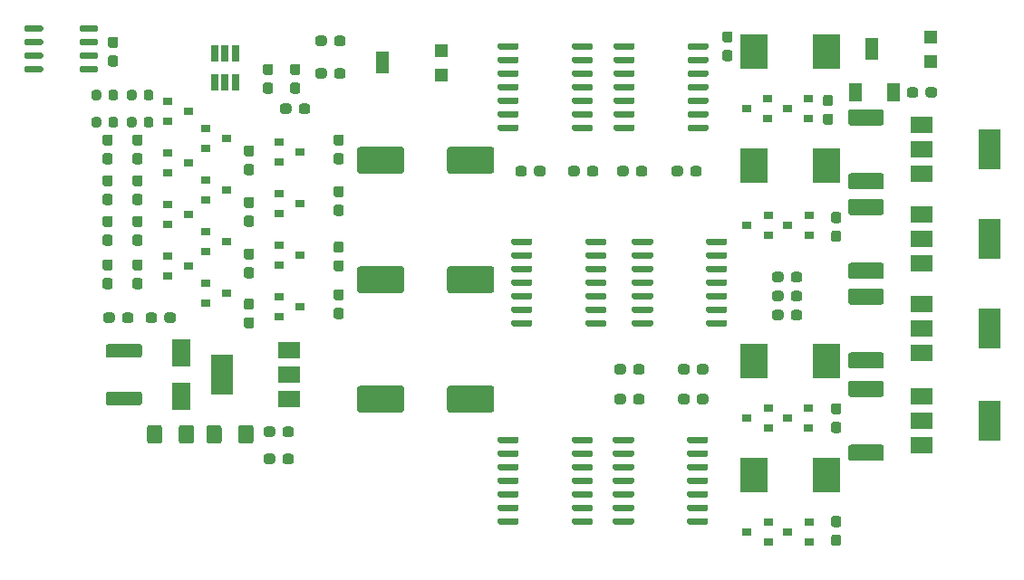
<source format=gbr>
G04 #@! TF.GenerationSoftware,KiCad,Pcbnew,5.1.6-c6e7f7d~87~ubuntu18.04.1*
G04 #@! TF.CreationDate,2020-08-27T22:21:22+02:00*
G04 #@! TF.ProjectId,PeakHoldPWMDriver,5065616b-486f-46c6-9450-574d44726976,rev?*
G04 #@! TF.SameCoordinates,Original*
G04 #@! TF.FileFunction,Paste,Top*
G04 #@! TF.FilePolarity,Positive*
%FSLAX46Y46*%
G04 Gerber Fmt 4.6, Leading zero omitted, Abs format (unit mm)*
G04 Created by KiCad (PCBNEW 5.1.6-c6e7f7d~87~ubuntu18.04.1) date 2020-08-27 22:21:22*
%MOMM*%
%LPD*%
G01*
G04 APERTURE LIST*
%ADD10R,0.900000X0.800000*%
%ADD11R,2.500000X3.300000*%
%ADD12R,1.800000X2.500000*%
%ADD13R,2.000000X1.500000*%
%ADD14R,2.000000X3.800000*%
%ADD15R,1.300000X1.700000*%
%ADD16R,0.650000X1.560000*%
%ADD17R,1.300000X1.300000*%
%ADD18R,1.300000X2.000000*%
G04 APERTURE END LIST*
G36*
G01*
X114124000Y-70843000D02*
X114124000Y-71143000D01*
G75*
G02*
X113974000Y-71293000I-150000J0D01*
G01*
X112524000Y-71293000D01*
G75*
G02*
X112374000Y-71143000I0J150000D01*
G01*
X112374000Y-70843000D01*
G75*
G02*
X112524000Y-70693000I150000J0D01*
G01*
X113974000Y-70693000D01*
G75*
G02*
X114124000Y-70843000I0J-150000D01*
G01*
G37*
G36*
G01*
X114124000Y-69573000D02*
X114124000Y-69873000D01*
G75*
G02*
X113974000Y-70023000I-150000J0D01*
G01*
X112524000Y-70023000D01*
G75*
G02*
X112374000Y-69873000I0J150000D01*
G01*
X112374000Y-69573000D01*
G75*
G02*
X112524000Y-69423000I150000J0D01*
G01*
X113974000Y-69423000D01*
G75*
G02*
X114124000Y-69573000I0J-150000D01*
G01*
G37*
G36*
G01*
X114124000Y-68303000D02*
X114124000Y-68603000D01*
G75*
G02*
X113974000Y-68753000I-150000J0D01*
G01*
X112524000Y-68753000D01*
G75*
G02*
X112374000Y-68603000I0J150000D01*
G01*
X112374000Y-68303000D01*
G75*
G02*
X112524000Y-68153000I150000J0D01*
G01*
X113974000Y-68153000D01*
G75*
G02*
X114124000Y-68303000I0J-150000D01*
G01*
G37*
G36*
G01*
X114124000Y-67033000D02*
X114124000Y-67333000D01*
G75*
G02*
X113974000Y-67483000I-150000J0D01*
G01*
X112524000Y-67483000D01*
G75*
G02*
X112374000Y-67333000I0J150000D01*
G01*
X112374000Y-67033000D01*
G75*
G02*
X112524000Y-66883000I150000J0D01*
G01*
X113974000Y-66883000D01*
G75*
G02*
X114124000Y-67033000I0J-150000D01*
G01*
G37*
G36*
G01*
X119274000Y-67033000D02*
X119274000Y-67333000D01*
G75*
G02*
X119124000Y-67483000I-150000J0D01*
G01*
X117674000Y-67483000D01*
G75*
G02*
X117524000Y-67333000I0J150000D01*
G01*
X117524000Y-67033000D01*
G75*
G02*
X117674000Y-66883000I150000J0D01*
G01*
X119124000Y-66883000D01*
G75*
G02*
X119274000Y-67033000I0J-150000D01*
G01*
G37*
G36*
G01*
X119274000Y-68303000D02*
X119274000Y-68603000D01*
G75*
G02*
X119124000Y-68753000I-150000J0D01*
G01*
X117674000Y-68753000D01*
G75*
G02*
X117524000Y-68603000I0J150000D01*
G01*
X117524000Y-68303000D01*
G75*
G02*
X117674000Y-68153000I150000J0D01*
G01*
X119124000Y-68153000D01*
G75*
G02*
X119274000Y-68303000I0J-150000D01*
G01*
G37*
G36*
G01*
X119274000Y-69573000D02*
X119274000Y-69873000D01*
G75*
G02*
X119124000Y-70023000I-150000J0D01*
G01*
X117674000Y-70023000D01*
G75*
G02*
X117524000Y-69873000I0J150000D01*
G01*
X117524000Y-69573000D01*
G75*
G02*
X117674000Y-69423000I150000J0D01*
G01*
X119124000Y-69423000D01*
G75*
G02*
X119274000Y-69573000I0J-150000D01*
G01*
G37*
G36*
G01*
X119274000Y-70843000D02*
X119274000Y-71143000D01*
G75*
G02*
X119124000Y-71293000I-150000J0D01*
G01*
X117674000Y-71293000D01*
G75*
G02*
X117524000Y-71143000I0J150000D01*
G01*
X117524000Y-70843000D01*
G75*
G02*
X117674000Y-70693000I150000J0D01*
G01*
X119124000Y-70693000D01*
G75*
G02*
X119274000Y-70843000I0J-150000D01*
G01*
G37*
D10*
X127746000Y-89408000D03*
X125746000Y-90358000D03*
X125746000Y-88458000D03*
G36*
G01*
X119538000Y-73149750D02*
X119538000Y-73662250D01*
G75*
G02*
X119319250Y-73881000I-218750J0D01*
G01*
X118881750Y-73881000D01*
G75*
G02*
X118663000Y-73662250I0J218750D01*
G01*
X118663000Y-73149750D01*
G75*
G02*
X118881750Y-72931000I218750J0D01*
G01*
X119319250Y-72931000D01*
G75*
G02*
X119538000Y-73149750I0J-218750D01*
G01*
G37*
G36*
G01*
X121113000Y-73149750D02*
X121113000Y-73662250D01*
G75*
G02*
X120894250Y-73881000I-218750J0D01*
G01*
X120456750Y-73881000D01*
G75*
G02*
X120238000Y-73662250I0J218750D01*
G01*
X120238000Y-73149750D01*
G75*
G02*
X120456750Y-72931000I218750J0D01*
G01*
X120894250Y-72931000D01*
G75*
G02*
X121113000Y-73149750I0J-218750D01*
G01*
G37*
G36*
G01*
X123540000Y-76202250D02*
X123540000Y-75689750D01*
G75*
G02*
X123758750Y-75471000I218750J0D01*
G01*
X124196250Y-75471000D01*
G75*
G02*
X124415000Y-75689750I0J-218750D01*
G01*
X124415000Y-76202250D01*
G75*
G02*
X124196250Y-76421000I-218750J0D01*
G01*
X123758750Y-76421000D01*
G75*
G02*
X123540000Y-76202250I0J218750D01*
G01*
G37*
G36*
G01*
X121965000Y-76202250D02*
X121965000Y-75689750D01*
G75*
G02*
X122183750Y-75471000I218750J0D01*
G01*
X122621250Y-75471000D01*
G75*
G02*
X122840000Y-75689750I0J-218750D01*
G01*
X122840000Y-76202250D01*
G75*
G02*
X122621250Y-76421000I-218750J0D01*
G01*
X122183750Y-76421000D01*
G75*
G02*
X121965000Y-76202250I0J218750D01*
G01*
G37*
G36*
G01*
X122840000Y-73149750D02*
X122840000Y-73662250D01*
G75*
G02*
X122621250Y-73881000I-218750J0D01*
G01*
X122183750Y-73881000D01*
G75*
G02*
X121965000Y-73662250I0J218750D01*
G01*
X121965000Y-73149750D01*
G75*
G02*
X122183750Y-72931000I218750J0D01*
G01*
X122621250Y-72931000D01*
G75*
G02*
X122840000Y-73149750I0J-218750D01*
G01*
G37*
G36*
G01*
X124415000Y-73149750D02*
X124415000Y-73662250D01*
G75*
G02*
X124196250Y-73881000I-218750J0D01*
G01*
X123758750Y-73881000D01*
G75*
G02*
X123540000Y-73662250I0J218750D01*
G01*
X123540000Y-73149750D01*
G75*
G02*
X123758750Y-72931000I218750J0D01*
G01*
X124196250Y-72931000D01*
G75*
G02*
X124415000Y-73149750I0J-218750D01*
G01*
G37*
G36*
G01*
X119538000Y-75689750D02*
X119538000Y-76202250D01*
G75*
G02*
X119319250Y-76421000I-218750J0D01*
G01*
X118881750Y-76421000D01*
G75*
G02*
X118663000Y-76202250I0J218750D01*
G01*
X118663000Y-75689750D01*
G75*
G02*
X118881750Y-75471000I218750J0D01*
G01*
X119319250Y-75471000D01*
G75*
G02*
X119538000Y-75689750I0J-218750D01*
G01*
G37*
G36*
G01*
X121113000Y-75689750D02*
X121113000Y-76202250D01*
G75*
G02*
X120894250Y-76421000I-218750J0D01*
G01*
X120456750Y-76421000D01*
G75*
G02*
X120238000Y-76202250I0J218750D01*
G01*
X120238000Y-75689750D01*
G75*
G02*
X120456750Y-75471000I218750J0D01*
G01*
X120894250Y-75471000D01*
G75*
G02*
X121113000Y-75689750I0J-218750D01*
G01*
G37*
G36*
G01*
X183292000Y-91964500D02*
X183292000Y-92439500D01*
G75*
G02*
X183054500Y-92677000I-237500J0D01*
G01*
X182479500Y-92677000D01*
G75*
G02*
X182242000Y-92439500I0J237500D01*
G01*
X182242000Y-91964500D01*
G75*
G02*
X182479500Y-91727000I237500J0D01*
G01*
X183054500Y-91727000D01*
G75*
G02*
X183292000Y-91964500I0J-237500D01*
G01*
G37*
G36*
G01*
X185042000Y-91964500D02*
X185042000Y-92439500D01*
G75*
G02*
X184804500Y-92677000I-237500J0D01*
G01*
X184229500Y-92677000D01*
G75*
G02*
X183992000Y-92439500I0J237500D01*
G01*
X183992000Y-91964500D01*
G75*
G02*
X184229500Y-91727000I237500J0D01*
G01*
X184804500Y-91727000D01*
G75*
G02*
X185042000Y-91964500I0J-237500D01*
G01*
G37*
D11*
X180496000Y-108966000D03*
X187296000Y-108966000D03*
D10*
X179864000Y-103632000D03*
X181864000Y-102682000D03*
X181864000Y-104582000D03*
X185642000Y-75626000D03*
X185642000Y-73726000D03*
X183642000Y-74676000D03*
X183674000Y-85598000D03*
X185674000Y-84648000D03*
X185674000Y-86548000D03*
X179832000Y-74676000D03*
X181832000Y-73726000D03*
X181832000Y-75626000D03*
X179864000Y-85598000D03*
X181864000Y-84648000D03*
X181864000Y-86548000D03*
X183658000Y-103632000D03*
X185658000Y-102682000D03*
X185658000Y-104582000D03*
X183674000Y-114300000D03*
X185674000Y-113350000D03*
X185674000Y-115250000D03*
X179864000Y-114300000D03*
X181864000Y-113350000D03*
X181864000Y-115250000D03*
G36*
G01*
X160003000Y-80755500D02*
X160003000Y-80280500D01*
G75*
G02*
X160240500Y-80043000I237500J0D01*
G01*
X160815500Y-80043000D01*
G75*
G02*
X161053000Y-80280500I0J-237500D01*
G01*
X161053000Y-80755500D01*
G75*
G02*
X160815500Y-80993000I-237500J0D01*
G01*
X160240500Y-80993000D01*
G75*
G02*
X160003000Y-80755500I0J237500D01*
G01*
G37*
G36*
G01*
X158253000Y-80755500D02*
X158253000Y-80280500D01*
G75*
G02*
X158490500Y-80043000I237500J0D01*
G01*
X159065500Y-80043000D01*
G75*
G02*
X159303000Y-80280500I0J-237500D01*
G01*
X159303000Y-80755500D01*
G75*
G02*
X159065500Y-80993000I-237500J0D01*
G01*
X158490500Y-80993000D01*
G75*
G02*
X158253000Y-80755500I0J237500D01*
G01*
G37*
G36*
G01*
X175215000Y-99297500D02*
X175215000Y-98822500D01*
G75*
G02*
X175452500Y-98585000I237500J0D01*
G01*
X176027500Y-98585000D01*
G75*
G02*
X176265000Y-98822500I0J-237500D01*
G01*
X176265000Y-99297500D01*
G75*
G02*
X176027500Y-99535000I-237500J0D01*
G01*
X175452500Y-99535000D01*
G75*
G02*
X175215000Y-99297500I0J237500D01*
G01*
G37*
G36*
G01*
X173465000Y-99297500D02*
X173465000Y-98822500D01*
G75*
G02*
X173702500Y-98585000I237500J0D01*
G01*
X174277500Y-98585000D01*
G75*
G02*
X174515000Y-98822500I0J-237500D01*
G01*
X174515000Y-99297500D01*
G75*
G02*
X174277500Y-99535000I-237500J0D01*
G01*
X173702500Y-99535000D01*
G75*
G02*
X173465000Y-99297500I0J237500D01*
G01*
G37*
G36*
G01*
X164942000Y-80755500D02*
X164942000Y-80280500D01*
G75*
G02*
X165179500Y-80043000I237500J0D01*
G01*
X165754500Y-80043000D01*
G75*
G02*
X165992000Y-80280500I0J-237500D01*
G01*
X165992000Y-80755500D01*
G75*
G02*
X165754500Y-80993000I-237500J0D01*
G01*
X165179500Y-80993000D01*
G75*
G02*
X164942000Y-80755500I0J237500D01*
G01*
G37*
G36*
G01*
X163192000Y-80755500D02*
X163192000Y-80280500D01*
G75*
G02*
X163429500Y-80043000I237500J0D01*
G01*
X164004500Y-80043000D01*
G75*
G02*
X164242000Y-80280500I0J-237500D01*
G01*
X164242000Y-80755500D01*
G75*
G02*
X164004500Y-80993000I-237500J0D01*
G01*
X163429500Y-80993000D01*
G75*
G02*
X163192000Y-80755500I0J237500D01*
G01*
G37*
G36*
G01*
X169260000Y-99297500D02*
X169260000Y-98822500D01*
G75*
G02*
X169497500Y-98585000I237500J0D01*
G01*
X170072500Y-98585000D01*
G75*
G02*
X170310000Y-98822500I0J-237500D01*
G01*
X170310000Y-99297500D01*
G75*
G02*
X170072500Y-99535000I-237500J0D01*
G01*
X169497500Y-99535000D01*
G75*
G02*
X169260000Y-99297500I0J237500D01*
G01*
G37*
G36*
G01*
X167510000Y-99297500D02*
X167510000Y-98822500D01*
G75*
G02*
X167747500Y-98585000I237500J0D01*
G01*
X168322500Y-98585000D01*
G75*
G02*
X168560000Y-98822500I0J-237500D01*
G01*
X168560000Y-99297500D01*
G75*
G02*
X168322500Y-99535000I-237500J0D01*
G01*
X167747500Y-99535000D01*
G75*
G02*
X167510000Y-99297500I0J237500D01*
G01*
G37*
X138160000Y-88392000D03*
X136160000Y-89342000D03*
X136160000Y-87442000D03*
X138160000Y-78740000D03*
X136160000Y-79690000D03*
X136160000Y-77790000D03*
X138160000Y-83566000D03*
X136160000Y-84516000D03*
X136160000Y-82616000D03*
X138160000Y-93218000D03*
X136160000Y-94168000D03*
X136160000Y-92268000D03*
D11*
X180496000Y-98298000D03*
X187296000Y-98298000D03*
G36*
G01*
X183292000Y-90186500D02*
X183292000Y-90661500D01*
G75*
G02*
X183054500Y-90899000I-237500J0D01*
G01*
X182479500Y-90899000D01*
G75*
G02*
X182242000Y-90661500I0J237500D01*
G01*
X182242000Y-90186500D01*
G75*
G02*
X182479500Y-89949000I237500J0D01*
G01*
X183054500Y-89949000D01*
G75*
G02*
X183292000Y-90186500I0J-237500D01*
G01*
G37*
G36*
G01*
X185042000Y-90186500D02*
X185042000Y-90661500D01*
G75*
G02*
X184804500Y-90899000I-237500J0D01*
G01*
X184229500Y-90899000D01*
G75*
G02*
X183992000Y-90661500I0J237500D01*
G01*
X183992000Y-90186500D01*
G75*
G02*
X184229500Y-89949000I237500J0D01*
G01*
X184804500Y-89949000D01*
G75*
G02*
X185042000Y-90186500I0J-237500D01*
G01*
G37*
G36*
G01*
X192433001Y-93025000D02*
X189582999Y-93025000D01*
G75*
G02*
X189333000Y-92775001I0J249999D01*
G01*
X189333000Y-91749999D01*
G75*
G02*
X189582999Y-91500000I249999J0D01*
G01*
X192433001Y-91500000D01*
G75*
G02*
X192683000Y-91749999I0J-249999D01*
G01*
X192683000Y-92775001D01*
G75*
G02*
X192433001Y-93025000I-249999J0D01*
G01*
G37*
G36*
G01*
X192433001Y-99000000D02*
X189582999Y-99000000D01*
G75*
G02*
X189333000Y-98750001I0J249999D01*
G01*
X189333000Y-97724999D01*
G75*
G02*
X189582999Y-97475000I249999J0D01*
G01*
X192433001Y-97475000D01*
G75*
G02*
X192683000Y-97724999I0J-249999D01*
G01*
X192683000Y-98750001D01*
G75*
G02*
X192433001Y-99000000I-249999J0D01*
G01*
G37*
X180496000Y-80010000D03*
X187296000Y-80010000D03*
X180496000Y-69342000D03*
X187296000Y-69342000D03*
G36*
G01*
X177816500Y-69184000D02*
X178291500Y-69184000D01*
G75*
G02*
X178529000Y-69421500I0J-237500D01*
G01*
X178529000Y-69996500D01*
G75*
G02*
X178291500Y-70234000I-237500J0D01*
G01*
X177816500Y-70234000D01*
G75*
G02*
X177579000Y-69996500I0J237500D01*
G01*
X177579000Y-69421500D01*
G75*
G02*
X177816500Y-69184000I237500J0D01*
G01*
G37*
G36*
G01*
X177816500Y-67434000D02*
X178291500Y-67434000D01*
G75*
G02*
X178529000Y-67671500I0J-237500D01*
G01*
X178529000Y-68246500D01*
G75*
G02*
X178291500Y-68484000I-237500J0D01*
G01*
X177816500Y-68484000D01*
G75*
G02*
X177579000Y-68246500I0J237500D01*
G01*
X177579000Y-67671500D01*
G75*
G02*
X177816500Y-67434000I237500J0D01*
G01*
G37*
G36*
G01*
X141494500Y-88855000D02*
X141969500Y-88855000D01*
G75*
G02*
X142207000Y-89092500I0J-237500D01*
G01*
X142207000Y-89667500D01*
G75*
G02*
X141969500Y-89905000I-237500J0D01*
G01*
X141494500Y-89905000D01*
G75*
G02*
X141257000Y-89667500I0J237500D01*
G01*
X141257000Y-89092500D01*
G75*
G02*
X141494500Y-88855000I237500J0D01*
G01*
G37*
G36*
G01*
X141494500Y-87105000D02*
X141969500Y-87105000D01*
G75*
G02*
X142207000Y-87342500I0J-237500D01*
G01*
X142207000Y-87917500D01*
G75*
G02*
X141969500Y-88155000I-237500J0D01*
G01*
X141494500Y-88155000D01*
G75*
G02*
X141257000Y-87917500I0J237500D01*
G01*
X141257000Y-87342500D01*
G75*
G02*
X141494500Y-87105000I237500J0D01*
G01*
G37*
G36*
G01*
X183292000Y-93742500D02*
X183292000Y-94217500D01*
G75*
G02*
X183054500Y-94455000I-237500J0D01*
G01*
X182479500Y-94455000D01*
G75*
G02*
X182242000Y-94217500I0J237500D01*
G01*
X182242000Y-93742500D01*
G75*
G02*
X182479500Y-93505000I237500J0D01*
G01*
X183054500Y-93505000D01*
G75*
G02*
X183292000Y-93742500I0J-237500D01*
G01*
G37*
G36*
G01*
X185042000Y-93742500D02*
X185042000Y-94217500D01*
G75*
G02*
X184804500Y-94455000I-237500J0D01*
G01*
X184229500Y-94455000D01*
G75*
G02*
X183992000Y-94217500I0J237500D01*
G01*
X183992000Y-93742500D01*
G75*
G02*
X184229500Y-93505000I237500J0D01*
G01*
X184804500Y-93505000D01*
G75*
G02*
X185042000Y-93742500I0J-237500D01*
G01*
G37*
G36*
G01*
X133587500Y-79152000D02*
X133112500Y-79152000D01*
G75*
G02*
X132875000Y-78914500I0J237500D01*
G01*
X132875000Y-78339500D01*
G75*
G02*
X133112500Y-78102000I237500J0D01*
G01*
X133587500Y-78102000D01*
G75*
G02*
X133825000Y-78339500I0J-237500D01*
G01*
X133825000Y-78914500D01*
G75*
G02*
X133587500Y-79152000I-237500J0D01*
G01*
G37*
G36*
G01*
X133587500Y-80902000D02*
X133112500Y-80902000D01*
G75*
G02*
X132875000Y-80664500I0J237500D01*
G01*
X132875000Y-80089500D01*
G75*
G02*
X133112500Y-79852000I237500J0D01*
G01*
X133587500Y-79852000D01*
G75*
G02*
X133825000Y-80089500I0J-237500D01*
G01*
X133825000Y-80664500D01*
G75*
G02*
X133587500Y-80902000I-237500J0D01*
G01*
G37*
G36*
G01*
X120379500Y-78136000D02*
X119904500Y-78136000D01*
G75*
G02*
X119667000Y-77898500I0J237500D01*
G01*
X119667000Y-77323500D01*
G75*
G02*
X119904500Y-77086000I237500J0D01*
G01*
X120379500Y-77086000D01*
G75*
G02*
X120617000Y-77323500I0J-237500D01*
G01*
X120617000Y-77898500D01*
G75*
G02*
X120379500Y-78136000I-237500J0D01*
G01*
G37*
G36*
G01*
X120379500Y-79886000D02*
X119904500Y-79886000D01*
G75*
G02*
X119667000Y-79648500I0J237500D01*
G01*
X119667000Y-79073500D01*
G75*
G02*
X119904500Y-78836000I237500J0D01*
G01*
X120379500Y-78836000D01*
G75*
G02*
X120617000Y-79073500I0J-237500D01*
G01*
X120617000Y-79648500D01*
G75*
G02*
X120379500Y-79886000I-237500J0D01*
G01*
G37*
G36*
G01*
X123173500Y-78136000D02*
X122698500Y-78136000D01*
G75*
G02*
X122461000Y-77898500I0J237500D01*
G01*
X122461000Y-77323500D01*
G75*
G02*
X122698500Y-77086000I237500J0D01*
G01*
X123173500Y-77086000D01*
G75*
G02*
X123411000Y-77323500I0J-237500D01*
G01*
X123411000Y-77898500D01*
G75*
G02*
X123173500Y-78136000I-237500J0D01*
G01*
G37*
G36*
G01*
X123173500Y-79886000D02*
X122698500Y-79886000D01*
G75*
G02*
X122461000Y-79648500I0J237500D01*
G01*
X122461000Y-79073500D01*
G75*
G02*
X122698500Y-78836000I237500J0D01*
G01*
X123173500Y-78836000D01*
G75*
G02*
X123411000Y-79073500I0J-237500D01*
G01*
X123411000Y-79648500D01*
G75*
G02*
X123173500Y-79886000I-237500J0D01*
G01*
G37*
G36*
G01*
X133587500Y-88804000D02*
X133112500Y-88804000D01*
G75*
G02*
X132875000Y-88566500I0J237500D01*
G01*
X132875000Y-87991500D01*
G75*
G02*
X133112500Y-87754000I237500J0D01*
G01*
X133587500Y-87754000D01*
G75*
G02*
X133825000Y-87991500I0J-237500D01*
G01*
X133825000Y-88566500D01*
G75*
G02*
X133587500Y-88804000I-237500J0D01*
G01*
G37*
G36*
G01*
X133587500Y-90554000D02*
X133112500Y-90554000D01*
G75*
G02*
X132875000Y-90316500I0J237500D01*
G01*
X132875000Y-89741500D01*
G75*
G02*
X133112500Y-89504000I237500J0D01*
G01*
X133587500Y-89504000D01*
G75*
G02*
X133825000Y-89741500I0J-237500D01*
G01*
X133825000Y-90316500D01*
G75*
G02*
X133587500Y-90554000I-237500J0D01*
G01*
G37*
G36*
G01*
X120379500Y-85756000D02*
X119904500Y-85756000D01*
G75*
G02*
X119667000Y-85518500I0J237500D01*
G01*
X119667000Y-84943500D01*
G75*
G02*
X119904500Y-84706000I237500J0D01*
G01*
X120379500Y-84706000D01*
G75*
G02*
X120617000Y-84943500I0J-237500D01*
G01*
X120617000Y-85518500D01*
G75*
G02*
X120379500Y-85756000I-237500J0D01*
G01*
G37*
G36*
G01*
X120379500Y-87506000D02*
X119904500Y-87506000D01*
G75*
G02*
X119667000Y-87268500I0J237500D01*
G01*
X119667000Y-86693500D01*
G75*
G02*
X119904500Y-86456000I237500J0D01*
G01*
X120379500Y-86456000D01*
G75*
G02*
X120617000Y-86693500I0J-237500D01*
G01*
X120617000Y-87268500D01*
G75*
G02*
X120379500Y-87506000I-237500J0D01*
G01*
G37*
G36*
G01*
X123173500Y-85756000D02*
X122698500Y-85756000D01*
G75*
G02*
X122461000Y-85518500I0J237500D01*
G01*
X122461000Y-84943500D01*
G75*
G02*
X122698500Y-84706000I237500J0D01*
G01*
X123173500Y-84706000D01*
G75*
G02*
X123411000Y-84943500I0J-237500D01*
G01*
X123411000Y-85518500D01*
G75*
G02*
X123173500Y-85756000I-237500J0D01*
G01*
G37*
G36*
G01*
X123173500Y-87506000D02*
X122698500Y-87506000D01*
G75*
G02*
X122461000Y-87268500I0J237500D01*
G01*
X122461000Y-86693500D01*
G75*
G02*
X122698500Y-86456000I237500J0D01*
G01*
X123173500Y-86456000D01*
G75*
G02*
X123411000Y-86693500I0J-237500D01*
G01*
X123411000Y-87268500D01*
G75*
G02*
X123173500Y-87506000I-237500J0D01*
G01*
G37*
G36*
G01*
X133587500Y-83978000D02*
X133112500Y-83978000D01*
G75*
G02*
X132875000Y-83740500I0J237500D01*
G01*
X132875000Y-83165500D01*
G75*
G02*
X133112500Y-82928000I237500J0D01*
G01*
X133587500Y-82928000D01*
G75*
G02*
X133825000Y-83165500I0J-237500D01*
G01*
X133825000Y-83740500D01*
G75*
G02*
X133587500Y-83978000I-237500J0D01*
G01*
G37*
G36*
G01*
X133587500Y-85728000D02*
X133112500Y-85728000D01*
G75*
G02*
X132875000Y-85490500I0J237500D01*
G01*
X132875000Y-84915500D01*
G75*
G02*
X133112500Y-84678000I237500J0D01*
G01*
X133587500Y-84678000D01*
G75*
G02*
X133825000Y-84915500I0J-237500D01*
G01*
X133825000Y-85490500D01*
G75*
G02*
X133587500Y-85728000I-237500J0D01*
G01*
G37*
G36*
G01*
X133587500Y-93489000D02*
X133112500Y-93489000D01*
G75*
G02*
X132875000Y-93251500I0J237500D01*
G01*
X132875000Y-92676500D01*
G75*
G02*
X133112500Y-92439000I237500J0D01*
G01*
X133587500Y-92439000D01*
G75*
G02*
X133825000Y-92676500I0J-237500D01*
G01*
X133825000Y-93251500D01*
G75*
G02*
X133587500Y-93489000I-237500J0D01*
G01*
G37*
G36*
G01*
X133587500Y-95239000D02*
X133112500Y-95239000D01*
G75*
G02*
X132875000Y-95001500I0J237500D01*
G01*
X132875000Y-94426500D01*
G75*
G02*
X133112500Y-94189000I237500J0D01*
G01*
X133587500Y-94189000D01*
G75*
G02*
X133825000Y-94426500I0J-237500D01*
G01*
X133825000Y-95001500D01*
G75*
G02*
X133587500Y-95239000I-237500J0D01*
G01*
G37*
G36*
G01*
X120379500Y-81946000D02*
X119904500Y-81946000D01*
G75*
G02*
X119667000Y-81708500I0J237500D01*
G01*
X119667000Y-81133500D01*
G75*
G02*
X119904500Y-80896000I237500J0D01*
G01*
X120379500Y-80896000D01*
G75*
G02*
X120617000Y-81133500I0J-237500D01*
G01*
X120617000Y-81708500D01*
G75*
G02*
X120379500Y-81946000I-237500J0D01*
G01*
G37*
G36*
G01*
X120379500Y-83696000D02*
X119904500Y-83696000D01*
G75*
G02*
X119667000Y-83458500I0J237500D01*
G01*
X119667000Y-82883500D01*
G75*
G02*
X119904500Y-82646000I237500J0D01*
G01*
X120379500Y-82646000D01*
G75*
G02*
X120617000Y-82883500I0J-237500D01*
G01*
X120617000Y-83458500D01*
G75*
G02*
X120379500Y-83696000I-237500J0D01*
G01*
G37*
G36*
G01*
X123173500Y-81946000D02*
X122698500Y-81946000D01*
G75*
G02*
X122461000Y-81708500I0J237500D01*
G01*
X122461000Y-81133500D01*
G75*
G02*
X122698500Y-80896000I237500J0D01*
G01*
X123173500Y-80896000D01*
G75*
G02*
X123411000Y-81133500I0J-237500D01*
G01*
X123411000Y-81708500D01*
G75*
G02*
X123173500Y-81946000I-237500J0D01*
G01*
G37*
G36*
G01*
X123173500Y-83696000D02*
X122698500Y-83696000D01*
G75*
G02*
X122461000Y-83458500I0J237500D01*
G01*
X122461000Y-82883500D01*
G75*
G02*
X122698500Y-82646000I237500J0D01*
G01*
X123173500Y-82646000D01*
G75*
G02*
X123411000Y-82883500I0J-237500D01*
G01*
X123411000Y-83458500D01*
G75*
G02*
X123173500Y-83696000I-237500J0D01*
G01*
G37*
G36*
G01*
X120379500Y-89820000D02*
X119904500Y-89820000D01*
G75*
G02*
X119667000Y-89582500I0J237500D01*
G01*
X119667000Y-89007500D01*
G75*
G02*
X119904500Y-88770000I237500J0D01*
G01*
X120379500Y-88770000D01*
G75*
G02*
X120617000Y-89007500I0J-237500D01*
G01*
X120617000Y-89582500D01*
G75*
G02*
X120379500Y-89820000I-237500J0D01*
G01*
G37*
G36*
G01*
X120379500Y-91570000D02*
X119904500Y-91570000D01*
G75*
G02*
X119667000Y-91332500I0J237500D01*
G01*
X119667000Y-90757500D01*
G75*
G02*
X119904500Y-90520000I237500J0D01*
G01*
X120379500Y-90520000D01*
G75*
G02*
X120617000Y-90757500I0J-237500D01*
G01*
X120617000Y-91332500D01*
G75*
G02*
X120379500Y-91570000I-237500J0D01*
G01*
G37*
G36*
G01*
X123173500Y-89820000D02*
X122698500Y-89820000D01*
G75*
G02*
X122461000Y-89582500I0J237500D01*
G01*
X122461000Y-89007500D01*
G75*
G02*
X122698500Y-88770000I237500J0D01*
G01*
X123173500Y-88770000D01*
G75*
G02*
X123411000Y-89007500I0J-237500D01*
G01*
X123411000Y-89582500D01*
G75*
G02*
X123173500Y-89820000I-237500J0D01*
G01*
G37*
G36*
G01*
X123173500Y-91570000D02*
X122698500Y-91570000D01*
G75*
G02*
X122461000Y-91332500I0J237500D01*
G01*
X122461000Y-90757500D01*
G75*
G02*
X122698500Y-90520000I237500J0D01*
G01*
X123173500Y-90520000D01*
G75*
G02*
X123411000Y-90757500I0J-237500D01*
G01*
X123411000Y-91332500D01*
G75*
G02*
X123173500Y-91570000I-237500J0D01*
G01*
G37*
D10*
X131302000Y-77470000D03*
X129302000Y-78420000D03*
X129302000Y-76520000D03*
X131302000Y-87122000D03*
X129302000Y-88072000D03*
X129302000Y-86172000D03*
X131302000Y-82296000D03*
X129302000Y-83246000D03*
X129302000Y-81346000D03*
X131302000Y-91948000D03*
X129302000Y-92898000D03*
X129302000Y-90998000D03*
X127746000Y-74930000D03*
X125746000Y-75880000D03*
X125746000Y-73980000D03*
X127746000Y-84582000D03*
X125746000Y-85532000D03*
X125746000Y-83632000D03*
X127746000Y-79756000D03*
X125746000Y-80706000D03*
X125746000Y-78806000D03*
G36*
G01*
X135365500Y-71532000D02*
X134890500Y-71532000D01*
G75*
G02*
X134653000Y-71294500I0J237500D01*
G01*
X134653000Y-70719500D01*
G75*
G02*
X134890500Y-70482000I237500J0D01*
G01*
X135365500Y-70482000D01*
G75*
G02*
X135603000Y-70719500I0J-237500D01*
G01*
X135603000Y-71294500D01*
G75*
G02*
X135365500Y-71532000I-237500J0D01*
G01*
G37*
G36*
G01*
X135365500Y-73282000D02*
X134890500Y-73282000D01*
G75*
G02*
X134653000Y-73044500I0J237500D01*
G01*
X134653000Y-72469500D01*
G75*
G02*
X134890500Y-72232000I237500J0D01*
G01*
X135365500Y-72232000D01*
G75*
G02*
X135603000Y-72469500I0J-237500D01*
G01*
X135603000Y-73044500D01*
G75*
G02*
X135365500Y-73282000I-237500J0D01*
G01*
G37*
G36*
G01*
X163511000Y-105814000D02*
X163511000Y-105514000D01*
G75*
G02*
X163661000Y-105364000I150000J0D01*
G01*
X165336000Y-105364000D01*
G75*
G02*
X165486000Y-105514000I0J-150000D01*
G01*
X165486000Y-105814000D01*
G75*
G02*
X165336000Y-105964000I-150000J0D01*
G01*
X163661000Y-105964000D01*
G75*
G02*
X163511000Y-105814000I0J150000D01*
G01*
G37*
G36*
G01*
X163511000Y-107084000D02*
X163511000Y-106784000D01*
G75*
G02*
X163661000Y-106634000I150000J0D01*
G01*
X165336000Y-106634000D01*
G75*
G02*
X165486000Y-106784000I0J-150000D01*
G01*
X165486000Y-107084000D01*
G75*
G02*
X165336000Y-107234000I-150000J0D01*
G01*
X163661000Y-107234000D01*
G75*
G02*
X163511000Y-107084000I0J150000D01*
G01*
G37*
G36*
G01*
X163511000Y-108354000D02*
X163511000Y-108054000D01*
G75*
G02*
X163661000Y-107904000I150000J0D01*
G01*
X165336000Y-107904000D01*
G75*
G02*
X165486000Y-108054000I0J-150000D01*
G01*
X165486000Y-108354000D01*
G75*
G02*
X165336000Y-108504000I-150000J0D01*
G01*
X163661000Y-108504000D01*
G75*
G02*
X163511000Y-108354000I0J150000D01*
G01*
G37*
G36*
G01*
X163511000Y-109624000D02*
X163511000Y-109324000D01*
G75*
G02*
X163661000Y-109174000I150000J0D01*
G01*
X165336000Y-109174000D01*
G75*
G02*
X165486000Y-109324000I0J-150000D01*
G01*
X165486000Y-109624000D01*
G75*
G02*
X165336000Y-109774000I-150000J0D01*
G01*
X163661000Y-109774000D01*
G75*
G02*
X163511000Y-109624000I0J150000D01*
G01*
G37*
G36*
G01*
X163511000Y-110894000D02*
X163511000Y-110594000D01*
G75*
G02*
X163661000Y-110444000I150000J0D01*
G01*
X165336000Y-110444000D01*
G75*
G02*
X165486000Y-110594000I0J-150000D01*
G01*
X165486000Y-110894000D01*
G75*
G02*
X165336000Y-111044000I-150000J0D01*
G01*
X163661000Y-111044000D01*
G75*
G02*
X163511000Y-110894000I0J150000D01*
G01*
G37*
G36*
G01*
X163511000Y-112164000D02*
X163511000Y-111864000D01*
G75*
G02*
X163661000Y-111714000I150000J0D01*
G01*
X165336000Y-111714000D01*
G75*
G02*
X165486000Y-111864000I0J-150000D01*
G01*
X165486000Y-112164000D01*
G75*
G02*
X165336000Y-112314000I-150000J0D01*
G01*
X163661000Y-112314000D01*
G75*
G02*
X163511000Y-112164000I0J150000D01*
G01*
G37*
G36*
G01*
X163511000Y-113434000D02*
X163511000Y-113134000D01*
G75*
G02*
X163661000Y-112984000I150000J0D01*
G01*
X165336000Y-112984000D01*
G75*
G02*
X165486000Y-113134000I0J-150000D01*
G01*
X165486000Y-113434000D01*
G75*
G02*
X165336000Y-113584000I-150000J0D01*
G01*
X163661000Y-113584000D01*
G75*
G02*
X163511000Y-113434000I0J150000D01*
G01*
G37*
G36*
G01*
X156586000Y-113434000D02*
X156586000Y-113134000D01*
G75*
G02*
X156736000Y-112984000I150000J0D01*
G01*
X158411000Y-112984000D01*
G75*
G02*
X158561000Y-113134000I0J-150000D01*
G01*
X158561000Y-113434000D01*
G75*
G02*
X158411000Y-113584000I-150000J0D01*
G01*
X156736000Y-113584000D01*
G75*
G02*
X156586000Y-113434000I0J150000D01*
G01*
G37*
G36*
G01*
X156586000Y-112164000D02*
X156586000Y-111864000D01*
G75*
G02*
X156736000Y-111714000I150000J0D01*
G01*
X158411000Y-111714000D01*
G75*
G02*
X158561000Y-111864000I0J-150000D01*
G01*
X158561000Y-112164000D01*
G75*
G02*
X158411000Y-112314000I-150000J0D01*
G01*
X156736000Y-112314000D01*
G75*
G02*
X156586000Y-112164000I0J150000D01*
G01*
G37*
G36*
G01*
X156586000Y-110894000D02*
X156586000Y-110594000D01*
G75*
G02*
X156736000Y-110444000I150000J0D01*
G01*
X158411000Y-110444000D01*
G75*
G02*
X158561000Y-110594000I0J-150000D01*
G01*
X158561000Y-110894000D01*
G75*
G02*
X158411000Y-111044000I-150000J0D01*
G01*
X156736000Y-111044000D01*
G75*
G02*
X156586000Y-110894000I0J150000D01*
G01*
G37*
G36*
G01*
X156586000Y-109624000D02*
X156586000Y-109324000D01*
G75*
G02*
X156736000Y-109174000I150000J0D01*
G01*
X158411000Y-109174000D01*
G75*
G02*
X158561000Y-109324000I0J-150000D01*
G01*
X158561000Y-109624000D01*
G75*
G02*
X158411000Y-109774000I-150000J0D01*
G01*
X156736000Y-109774000D01*
G75*
G02*
X156586000Y-109624000I0J150000D01*
G01*
G37*
G36*
G01*
X156586000Y-108354000D02*
X156586000Y-108054000D01*
G75*
G02*
X156736000Y-107904000I150000J0D01*
G01*
X158411000Y-107904000D01*
G75*
G02*
X158561000Y-108054000I0J-150000D01*
G01*
X158561000Y-108354000D01*
G75*
G02*
X158411000Y-108504000I-150000J0D01*
G01*
X156736000Y-108504000D01*
G75*
G02*
X156586000Y-108354000I0J150000D01*
G01*
G37*
G36*
G01*
X156586000Y-107084000D02*
X156586000Y-106784000D01*
G75*
G02*
X156736000Y-106634000I150000J0D01*
G01*
X158411000Y-106634000D01*
G75*
G02*
X158561000Y-106784000I0J-150000D01*
G01*
X158561000Y-107084000D01*
G75*
G02*
X158411000Y-107234000I-150000J0D01*
G01*
X156736000Y-107234000D01*
G75*
G02*
X156586000Y-107084000I0J150000D01*
G01*
G37*
G36*
G01*
X156586000Y-105814000D02*
X156586000Y-105514000D01*
G75*
G02*
X156736000Y-105364000I150000J0D01*
G01*
X158411000Y-105364000D01*
G75*
G02*
X158561000Y-105514000I0J-150000D01*
G01*
X158561000Y-105814000D01*
G75*
G02*
X158411000Y-105964000I-150000J0D01*
G01*
X156736000Y-105964000D01*
G75*
G02*
X156586000Y-105814000I0J150000D01*
G01*
G37*
G36*
G01*
X174272500Y-105814000D02*
X174272500Y-105514000D01*
G75*
G02*
X174422500Y-105364000I150000J0D01*
G01*
X176097500Y-105364000D01*
G75*
G02*
X176247500Y-105514000I0J-150000D01*
G01*
X176247500Y-105814000D01*
G75*
G02*
X176097500Y-105964000I-150000J0D01*
G01*
X174422500Y-105964000D01*
G75*
G02*
X174272500Y-105814000I0J150000D01*
G01*
G37*
G36*
G01*
X174272500Y-107084000D02*
X174272500Y-106784000D01*
G75*
G02*
X174422500Y-106634000I150000J0D01*
G01*
X176097500Y-106634000D01*
G75*
G02*
X176247500Y-106784000I0J-150000D01*
G01*
X176247500Y-107084000D01*
G75*
G02*
X176097500Y-107234000I-150000J0D01*
G01*
X174422500Y-107234000D01*
G75*
G02*
X174272500Y-107084000I0J150000D01*
G01*
G37*
G36*
G01*
X174272500Y-108354000D02*
X174272500Y-108054000D01*
G75*
G02*
X174422500Y-107904000I150000J0D01*
G01*
X176097500Y-107904000D01*
G75*
G02*
X176247500Y-108054000I0J-150000D01*
G01*
X176247500Y-108354000D01*
G75*
G02*
X176097500Y-108504000I-150000J0D01*
G01*
X174422500Y-108504000D01*
G75*
G02*
X174272500Y-108354000I0J150000D01*
G01*
G37*
G36*
G01*
X174272500Y-109624000D02*
X174272500Y-109324000D01*
G75*
G02*
X174422500Y-109174000I150000J0D01*
G01*
X176097500Y-109174000D01*
G75*
G02*
X176247500Y-109324000I0J-150000D01*
G01*
X176247500Y-109624000D01*
G75*
G02*
X176097500Y-109774000I-150000J0D01*
G01*
X174422500Y-109774000D01*
G75*
G02*
X174272500Y-109624000I0J150000D01*
G01*
G37*
G36*
G01*
X174272500Y-110894000D02*
X174272500Y-110594000D01*
G75*
G02*
X174422500Y-110444000I150000J0D01*
G01*
X176097500Y-110444000D01*
G75*
G02*
X176247500Y-110594000I0J-150000D01*
G01*
X176247500Y-110894000D01*
G75*
G02*
X176097500Y-111044000I-150000J0D01*
G01*
X174422500Y-111044000D01*
G75*
G02*
X174272500Y-110894000I0J150000D01*
G01*
G37*
G36*
G01*
X174272500Y-112164000D02*
X174272500Y-111864000D01*
G75*
G02*
X174422500Y-111714000I150000J0D01*
G01*
X176097500Y-111714000D01*
G75*
G02*
X176247500Y-111864000I0J-150000D01*
G01*
X176247500Y-112164000D01*
G75*
G02*
X176097500Y-112314000I-150000J0D01*
G01*
X174422500Y-112314000D01*
G75*
G02*
X174272500Y-112164000I0J150000D01*
G01*
G37*
G36*
G01*
X174272500Y-113434000D02*
X174272500Y-113134000D01*
G75*
G02*
X174422500Y-112984000I150000J0D01*
G01*
X176097500Y-112984000D01*
G75*
G02*
X176247500Y-113134000I0J-150000D01*
G01*
X176247500Y-113434000D01*
G75*
G02*
X176097500Y-113584000I-150000J0D01*
G01*
X174422500Y-113584000D01*
G75*
G02*
X174272500Y-113434000I0J150000D01*
G01*
G37*
G36*
G01*
X167347500Y-113434000D02*
X167347500Y-113134000D01*
G75*
G02*
X167497500Y-112984000I150000J0D01*
G01*
X169172500Y-112984000D01*
G75*
G02*
X169322500Y-113134000I0J-150000D01*
G01*
X169322500Y-113434000D01*
G75*
G02*
X169172500Y-113584000I-150000J0D01*
G01*
X167497500Y-113584000D01*
G75*
G02*
X167347500Y-113434000I0J150000D01*
G01*
G37*
G36*
G01*
X167347500Y-112164000D02*
X167347500Y-111864000D01*
G75*
G02*
X167497500Y-111714000I150000J0D01*
G01*
X169172500Y-111714000D01*
G75*
G02*
X169322500Y-111864000I0J-150000D01*
G01*
X169322500Y-112164000D01*
G75*
G02*
X169172500Y-112314000I-150000J0D01*
G01*
X167497500Y-112314000D01*
G75*
G02*
X167347500Y-112164000I0J150000D01*
G01*
G37*
G36*
G01*
X167347500Y-110894000D02*
X167347500Y-110594000D01*
G75*
G02*
X167497500Y-110444000I150000J0D01*
G01*
X169172500Y-110444000D01*
G75*
G02*
X169322500Y-110594000I0J-150000D01*
G01*
X169322500Y-110894000D01*
G75*
G02*
X169172500Y-111044000I-150000J0D01*
G01*
X167497500Y-111044000D01*
G75*
G02*
X167347500Y-110894000I0J150000D01*
G01*
G37*
G36*
G01*
X167347500Y-109624000D02*
X167347500Y-109324000D01*
G75*
G02*
X167497500Y-109174000I150000J0D01*
G01*
X169172500Y-109174000D01*
G75*
G02*
X169322500Y-109324000I0J-150000D01*
G01*
X169322500Y-109624000D01*
G75*
G02*
X169172500Y-109774000I-150000J0D01*
G01*
X167497500Y-109774000D01*
G75*
G02*
X167347500Y-109624000I0J150000D01*
G01*
G37*
G36*
G01*
X167347500Y-108354000D02*
X167347500Y-108054000D01*
G75*
G02*
X167497500Y-107904000I150000J0D01*
G01*
X169172500Y-107904000D01*
G75*
G02*
X169322500Y-108054000I0J-150000D01*
G01*
X169322500Y-108354000D01*
G75*
G02*
X169172500Y-108504000I-150000J0D01*
G01*
X167497500Y-108504000D01*
G75*
G02*
X167347500Y-108354000I0J150000D01*
G01*
G37*
G36*
G01*
X167347500Y-107084000D02*
X167347500Y-106784000D01*
G75*
G02*
X167497500Y-106634000I150000J0D01*
G01*
X169172500Y-106634000D01*
G75*
G02*
X169322500Y-106784000I0J-150000D01*
G01*
X169322500Y-107084000D01*
G75*
G02*
X169172500Y-107234000I-150000J0D01*
G01*
X167497500Y-107234000D01*
G75*
G02*
X167347500Y-107084000I0J150000D01*
G01*
G37*
G36*
G01*
X167347500Y-105814000D02*
X167347500Y-105514000D01*
G75*
G02*
X167497500Y-105364000I150000J0D01*
G01*
X169172500Y-105364000D01*
G75*
G02*
X169322500Y-105514000I0J-150000D01*
G01*
X169322500Y-105814000D01*
G75*
G02*
X169172500Y-105964000I-150000J0D01*
G01*
X167497500Y-105964000D01*
G75*
G02*
X167347500Y-105814000I0J150000D01*
G01*
G37*
G36*
G01*
X192433001Y-101661000D02*
X189582999Y-101661000D01*
G75*
G02*
X189333000Y-101411001I0J249999D01*
G01*
X189333000Y-100385999D01*
G75*
G02*
X189582999Y-100136000I249999J0D01*
G01*
X192433001Y-100136000D01*
G75*
G02*
X192683000Y-100385999I0J-249999D01*
G01*
X192683000Y-101411001D01*
G75*
G02*
X192433001Y-101661000I-249999J0D01*
G01*
G37*
G36*
G01*
X192433001Y-107636000D02*
X189582999Y-107636000D01*
G75*
G02*
X189333000Y-107386001I0J249999D01*
G01*
X189333000Y-106360999D01*
G75*
G02*
X189582999Y-106111000I249999J0D01*
G01*
X192433001Y-106111000D01*
G75*
G02*
X192683000Y-106360999I0J-249999D01*
G01*
X192683000Y-107386001D01*
G75*
G02*
X192433001Y-107636000I-249999J0D01*
G01*
G37*
D12*
X127000000Y-97568000D03*
X127000000Y-101568000D03*
D13*
X137110000Y-101868000D03*
X137110000Y-97268000D03*
X137110000Y-99568000D03*
D14*
X130810000Y-99568000D03*
G36*
G01*
X141320000Y-68563500D02*
X141320000Y-68088500D01*
G75*
G02*
X141557500Y-67851000I237500J0D01*
G01*
X142132500Y-67851000D01*
G75*
G02*
X142370000Y-68088500I0J-237500D01*
G01*
X142370000Y-68563500D01*
G75*
G02*
X142132500Y-68801000I-237500J0D01*
G01*
X141557500Y-68801000D01*
G75*
G02*
X141320000Y-68563500I0J237500D01*
G01*
G37*
G36*
G01*
X139570000Y-68563500D02*
X139570000Y-68088500D01*
G75*
G02*
X139807500Y-67851000I237500J0D01*
G01*
X140382500Y-67851000D01*
G75*
G02*
X140620000Y-68088500I0J-237500D01*
G01*
X140620000Y-68563500D01*
G75*
G02*
X140382500Y-68801000I-237500J0D01*
G01*
X139807500Y-68801000D01*
G75*
G02*
X139570000Y-68563500I0J237500D01*
G01*
G37*
G36*
G01*
X141320000Y-71611500D02*
X141320000Y-71136500D01*
G75*
G02*
X141557500Y-70899000I237500J0D01*
G01*
X142132500Y-70899000D01*
G75*
G02*
X142370000Y-71136500I0J-237500D01*
G01*
X142370000Y-71611500D01*
G75*
G02*
X142132500Y-71849000I-237500J0D01*
G01*
X141557500Y-71849000D01*
G75*
G02*
X141320000Y-71611500I0J237500D01*
G01*
G37*
G36*
G01*
X139570000Y-71611500D02*
X139570000Y-71136500D01*
G75*
G02*
X139807500Y-70899000I237500J0D01*
G01*
X140382500Y-70899000D01*
G75*
G02*
X140620000Y-71136500I0J-237500D01*
G01*
X140620000Y-71611500D01*
G75*
G02*
X140382500Y-71849000I-237500J0D01*
G01*
X139807500Y-71849000D01*
G75*
G02*
X139570000Y-71611500I0J237500D01*
G01*
G37*
G36*
G01*
X147860000Y-89678000D02*
X147860000Y-91678000D01*
G75*
G02*
X147610000Y-91928000I-250000J0D01*
G01*
X143710000Y-91928000D01*
G75*
G02*
X143460000Y-91678000I0J250000D01*
G01*
X143460000Y-89678000D01*
G75*
G02*
X143710000Y-89428000I250000J0D01*
G01*
X147610000Y-89428000D01*
G75*
G02*
X147860000Y-89678000I0J-250000D01*
G01*
G37*
G36*
G01*
X156260000Y-89678000D02*
X156260000Y-91678000D01*
G75*
G02*
X156010000Y-91928000I-250000J0D01*
G01*
X152110000Y-91928000D01*
G75*
G02*
X151860000Y-91678000I0J250000D01*
G01*
X151860000Y-89678000D01*
G75*
G02*
X152110000Y-89428000I250000J0D01*
G01*
X156010000Y-89428000D01*
G75*
G02*
X156260000Y-89678000I0J-250000D01*
G01*
G37*
G36*
G01*
X147860000Y-78502000D02*
X147860000Y-80502000D01*
G75*
G02*
X147610000Y-80752000I-250000J0D01*
G01*
X143710000Y-80752000D01*
G75*
G02*
X143460000Y-80502000I0J250000D01*
G01*
X143460000Y-78502000D01*
G75*
G02*
X143710000Y-78252000I250000J0D01*
G01*
X147610000Y-78252000D01*
G75*
G02*
X147860000Y-78502000I0J-250000D01*
G01*
G37*
G36*
G01*
X156260000Y-78502000D02*
X156260000Y-80502000D01*
G75*
G02*
X156010000Y-80752000I-250000J0D01*
G01*
X152110000Y-80752000D01*
G75*
G02*
X151860000Y-80502000I0J250000D01*
G01*
X151860000Y-78502000D01*
G75*
G02*
X152110000Y-78252000I250000J0D01*
G01*
X156010000Y-78252000D01*
G75*
G02*
X156260000Y-78502000I0J-250000D01*
G01*
G37*
G36*
G01*
X147860000Y-100854000D02*
X147860000Y-102854000D01*
G75*
G02*
X147610000Y-103104000I-250000J0D01*
G01*
X143710000Y-103104000D01*
G75*
G02*
X143460000Y-102854000I0J250000D01*
G01*
X143460000Y-100854000D01*
G75*
G02*
X143710000Y-100604000I250000J0D01*
G01*
X147610000Y-100604000D01*
G75*
G02*
X147860000Y-100854000I0J-250000D01*
G01*
G37*
G36*
G01*
X156260000Y-100854000D02*
X156260000Y-102854000D01*
G75*
G02*
X156010000Y-103104000I-250000J0D01*
G01*
X152110000Y-103104000D01*
G75*
G02*
X151860000Y-102854000I0J250000D01*
G01*
X151860000Y-100854000D01*
G75*
G02*
X152110000Y-100604000I250000J0D01*
G01*
X156010000Y-100604000D01*
G75*
G02*
X156260000Y-100854000I0J-250000D01*
G01*
G37*
D15*
X193548000Y-73152000D03*
X190048000Y-73152000D03*
G36*
G01*
X163511000Y-68984000D02*
X163511000Y-68684000D01*
G75*
G02*
X163661000Y-68534000I150000J0D01*
G01*
X165336000Y-68534000D01*
G75*
G02*
X165486000Y-68684000I0J-150000D01*
G01*
X165486000Y-68984000D01*
G75*
G02*
X165336000Y-69134000I-150000J0D01*
G01*
X163661000Y-69134000D01*
G75*
G02*
X163511000Y-68984000I0J150000D01*
G01*
G37*
G36*
G01*
X163511000Y-70254000D02*
X163511000Y-69954000D01*
G75*
G02*
X163661000Y-69804000I150000J0D01*
G01*
X165336000Y-69804000D01*
G75*
G02*
X165486000Y-69954000I0J-150000D01*
G01*
X165486000Y-70254000D01*
G75*
G02*
X165336000Y-70404000I-150000J0D01*
G01*
X163661000Y-70404000D01*
G75*
G02*
X163511000Y-70254000I0J150000D01*
G01*
G37*
G36*
G01*
X163511000Y-71524000D02*
X163511000Y-71224000D01*
G75*
G02*
X163661000Y-71074000I150000J0D01*
G01*
X165336000Y-71074000D01*
G75*
G02*
X165486000Y-71224000I0J-150000D01*
G01*
X165486000Y-71524000D01*
G75*
G02*
X165336000Y-71674000I-150000J0D01*
G01*
X163661000Y-71674000D01*
G75*
G02*
X163511000Y-71524000I0J150000D01*
G01*
G37*
G36*
G01*
X163511000Y-72794000D02*
X163511000Y-72494000D01*
G75*
G02*
X163661000Y-72344000I150000J0D01*
G01*
X165336000Y-72344000D01*
G75*
G02*
X165486000Y-72494000I0J-150000D01*
G01*
X165486000Y-72794000D01*
G75*
G02*
X165336000Y-72944000I-150000J0D01*
G01*
X163661000Y-72944000D01*
G75*
G02*
X163511000Y-72794000I0J150000D01*
G01*
G37*
G36*
G01*
X163511000Y-74064000D02*
X163511000Y-73764000D01*
G75*
G02*
X163661000Y-73614000I150000J0D01*
G01*
X165336000Y-73614000D01*
G75*
G02*
X165486000Y-73764000I0J-150000D01*
G01*
X165486000Y-74064000D01*
G75*
G02*
X165336000Y-74214000I-150000J0D01*
G01*
X163661000Y-74214000D01*
G75*
G02*
X163511000Y-74064000I0J150000D01*
G01*
G37*
G36*
G01*
X163511000Y-75334000D02*
X163511000Y-75034000D01*
G75*
G02*
X163661000Y-74884000I150000J0D01*
G01*
X165336000Y-74884000D01*
G75*
G02*
X165486000Y-75034000I0J-150000D01*
G01*
X165486000Y-75334000D01*
G75*
G02*
X165336000Y-75484000I-150000J0D01*
G01*
X163661000Y-75484000D01*
G75*
G02*
X163511000Y-75334000I0J150000D01*
G01*
G37*
G36*
G01*
X163511000Y-76604000D02*
X163511000Y-76304000D01*
G75*
G02*
X163661000Y-76154000I150000J0D01*
G01*
X165336000Y-76154000D01*
G75*
G02*
X165486000Y-76304000I0J-150000D01*
G01*
X165486000Y-76604000D01*
G75*
G02*
X165336000Y-76754000I-150000J0D01*
G01*
X163661000Y-76754000D01*
G75*
G02*
X163511000Y-76604000I0J150000D01*
G01*
G37*
G36*
G01*
X156586000Y-76604000D02*
X156586000Y-76304000D01*
G75*
G02*
X156736000Y-76154000I150000J0D01*
G01*
X158411000Y-76154000D01*
G75*
G02*
X158561000Y-76304000I0J-150000D01*
G01*
X158561000Y-76604000D01*
G75*
G02*
X158411000Y-76754000I-150000J0D01*
G01*
X156736000Y-76754000D01*
G75*
G02*
X156586000Y-76604000I0J150000D01*
G01*
G37*
G36*
G01*
X156586000Y-75334000D02*
X156586000Y-75034000D01*
G75*
G02*
X156736000Y-74884000I150000J0D01*
G01*
X158411000Y-74884000D01*
G75*
G02*
X158561000Y-75034000I0J-150000D01*
G01*
X158561000Y-75334000D01*
G75*
G02*
X158411000Y-75484000I-150000J0D01*
G01*
X156736000Y-75484000D01*
G75*
G02*
X156586000Y-75334000I0J150000D01*
G01*
G37*
G36*
G01*
X156586000Y-74064000D02*
X156586000Y-73764000D01*
G75*
G02*
X156736000Y-73614000I150000J0D01*
G01*
X158411000Y-73614000D01*
G75*
G02*
X158561000Y-73764000I0J-150000D01*
G01*
X158561000Y-74064000D01*
G75*
G02*
X158411000Y-74214000I-150000J0D01*
G01*
X156736000Y-74214000D01*
G75*
G02*
X156586000Y-74064000I0J150000D01*
G01*
G37*
G36*
G01*
X156586000Y-72794000D02*
X156586000Y-72494000D01*
G75*
G02*
X156736000Y-72344000I150000J0D01*
G01*
X158411000Y-72344000D01*
G75*
G02*
X158561000Y-72494000I0J-150000D01*
G01*
X158561000Y-72794000D01*
G75*
G02*
X158411000Y-72944000I-150000J0D01*
G01*
X156736000Y-72944000D01*
G75*
G02*
X156586000Y-72794000I0J150000D01*
G01*
G37*
G36*
G01*
X156586000Y-71524000D02*
X156586000Y-71224000D01*
G75*
G02*
X156736000Y-71074000I150000J0D01*
G01*
X158411000Y-71074000D01*
G75*
G02*
X158561000Y-71224000I0J-150000D01*
G01*
X158561000Y-71524000D01*
G75*
G02*
X158411000Y-71674000I-150000J0D01*
G01*
X156736000Y-71674000D01*
G75*
G02*
X156586000Y-71524000I0J150000D01*
G01*
G37*
G36*
G01*
X156586000Y-70254000D02*
X156586000Y-69954000D01*
G75*
G02*
X156736000Y-69804000I150000J0D01*
G01*
X158411000Y-69804000D01*
G75*
G02*
X158561000Y-69954000I0J-150000D01*
G01*
X158561000Y-70254000D01*
G75*
G02*
X158411000Y-70404000I-150000J0D01*
G01*
X156736000Y-70404000D01*
G75*
G02*
X156586000Y-70254000I0J150000D01*
G01*
G37*
G36*
G01*
X156586000Y-68984000D02*
X156586000Y-68684000D01*
G75*
G02*
X156736000Y-68534000I150000J0D01*
G01*
X158411000Y-68534000D01*
G75*
G02*
X158561000Y-68684000I0J-150000D01*
G01*
X158561000Y-68984000D01*
G75*
G02*
X158411000Y-69134000I-150000J0D01*
G01*
X156736000Y-69134000D01*
G75*
G02*
X156586000Y-68984000I0J150000D01*
G01*
G37*
G36*
G01*
X164781000Y-87272000D02*
X164781000Y-86972000D01*
G75*
G02*
X164931000Y-86822000I150000J0D01*
G01*
X166606000Y-86822000D01*
G75*
G02*
X166756000Y-86972000I0J-150000D01*
G01*
X166756000Y-87272000D01*
G75*
G02*
X166606000Y-87422000I-150000J0D01*
G01*
X164931000Y-87422000D01*
G75*
G02*
X164781000Y-87272000I0J150000D01*
G01*
G37*
G36*
G01*
X164781000Y-88542000D02*
X164781000Y-88242000D01*
G75*
G02*
X164931000Y-88092000I150000J0D01*
G01*
X166606000Y-88092000D01*
G75*
G02*
X166756000Y-88242000I0J-150000D01*
G01*
X166756000Y-88542000D01*
G75*
G02*
X166606000Y-88692000I-150000J0D01*
G01*
X164931000Y-88692000D01*
G75*
G02*
X164781000Y-88542000I0J150000D01*
G01*
G37*
G36*
G01*
X164781000Y-89812000D02*
X164781000Y-89512000D01*
G75*
G02*
X164931000Y-89362000I150000J0D01*
G01*
X166606000Y-89362000D01*
G75*
G02*
X166756000Y-89512000I0J-150000D01*
G01*
X166756000Y-89812000D01*
G75*
G02*
X166606000Y-89962000I-150000J0D01*
G01*
X164931000Y-89962000D01*
G75*
G02*
X164781000Y-89812000I0J150000D01*
G01*
G37*
G36*
G01*
X164781000Y-91082000D02*
X164781000Y-90782000D01*
G75*
G02*
X164931000Y-90632000I150000J0D01*
G01*
X166606000Y-90632000D01*
G75*
G02*
X166756000Y-90782000I0J-150000D01*
G01*
X166756000Y-91082000D01*
G75*
G02*
X166606000Y-91232000I-150000J0D01*
G01*
X164931000Y-91232000D01*
G75*
G02*
X164781000Y-91082000I0J150000D01*
G01*
G37*
G36*
G01*
X164781000Y-92352000D02*
X164781000Y-92052000D01*
G75*
G02*
X164931000Y-91902000I150000J0D01*
G01*
X166606000Y-91902000D01*
G75*
G02*
X166756000Y-92052000I0J-150000D01*
G01*
X166756000Y-92352000D01*
G75*
G02*
X166606000Y-92502000I-150000J0D01*
G01*
X164931000Y-92502000D01*
G75*
G02*
X164781000Y-92352000I0J150000D01*
G01*
G37*
G36*
G01*
X164781000Y-93622000D02*
X164781000Y-93322000D01*
G75*
G02*
X164931000Y-93172000I150000J0D01*
G01*
X166606000Y-93172000D01*
G75*
G02*
X166756000Y-93322000I0J-150000D01*
G01*
X166756000Y-93622000D01*
G75*
G02*
X166606000Y-93772000I-150000J0D01*
G01*
X164931000Y-93772000D01*
G75*
G02*
X164781000Y-93622000I0J150000D01*
G01*
G37*
G36*
G01*
X164781000Y-94892000D02*
X164781000Y-94592000D01*
G75*
G02*
X164931000Y-94442000I150000J0D01*
G01*
X166606000Y-94442000D01*
G75*
G02*
X166756000Y-94592000I0J-150000D01*
G01*
X166756000Y-94892000D01*
G75*
G02*
X166606000Y-95042000I-150000J0D01*
G01*
X164931000Y-95042000D01*
G75*
G02*
X164781000Y-94892000I0J150000D01*
G01*
G37*
G36*
G01*
X157856000Y-94892000D02*
X157856000Y-94592000D01*
G75*
G02*
X158006000Y-94442000I150000J0D01*
G01*
X159681000Y-94442000D01*
G75*
G02*
X159831000Y-94592000I0J-150000D01*
G01*
X159831000Y-94892000D01*
G75*
G02*
X159681000Y-95042000I-150000J0D01*
G01*
X158006000Y-95042000D01*
G75*
G02*
X157856000Y-94892000I0J150000D01*
G01*
G37*
G36*
G01*
X157856000Y-93622000D02*
X157856000Y-93322000D01*
G75*
G02*
X158006000Y-93172000I150000J0D01*
G01*
X159681000Y-93172000D01*
G75*
G02*
X159831000Y-93322000I0J-150000D01*
G01*
X159831000Y-93622000D01*
G75*
G02*
X159681000Y-93772000I-150000J0D01*
G01*
X158006000Y-93772000D01*
G75*
G02*
X157856000Y-93622000I0J150000D01*
G01*
G37*
G36*
G01*
X157856000Y-92352000D02*
X157856000Y-92052000D01*
G75*
G02*
X158006000Y-91902000I150000J0D01*
G01*
X159681000Y-91902000D01*
G75*
G02*
X159831000Y-92052000I0J-150000D01*
G01*
X159831000Y-92352000D01*
G75*
G02*
X159681000Y-92502000I-150000J0D01*
G01*
X158006000Y-92502000D01*
G75*
G02*
X157856000Y-92352000I0J150000D01*
G01*
G37*
G36*
G01*
X157856000Y-91082000D02*
X157856000Y-90782000D01*
G75*
G02*
X158006000Y-90632000I150000J0D01*
G01*
X159681000Y-90632000D01*
G75*
G02*
X159831000Y-90782000I0J-150000D01*
G01*
X159831000Y-91082000D01*
G75*
G02*
X159681000Y-91232000I-150000J0D01*
G01*
X158006000Y-91232000D01*
G75*
G02*
X157856000Y-91082000I0J150000D01*
G01*
G37*
G36*
G01*
X157856000Y-89812000D02*
X157856000Y-89512000D01*
G75*
G02*
X158006000Y-89362000I150000J0D01*
G01*
X159681000Y-89362000D01*
G75*
G02*
X159831000Y-89512000I0J-150000D01*
G01*
X159831000Y-89812000D01*
G75*
G02*
X159681000Y-89962000I-150000J0D01*
G01*
X158006000Y-89962000D01*
G75*
G02*
X157856000Y-89812000I0J150000D01*
G01*
G37*
G36*
G01*
X157856000Y-88542000D02*
X157856000Y-88242000D01*
G75*
G02*
X158006000Y-88092000I150000J0D01*
G01*
X159681000Y-88092000D01*
G75*
G02*
X159831000Y-88242000I0J-150000D01*
G01*
X159831000Y-88542000D01*
G75*
G02*
X159681000Y-88692000I-150000J0D01*
G01*
X158006000Y-88692000D01*
G75*
G02*
X157856000Y-88542000I0J150000D01*
G01*
G37*
G36*
G01*
X157856000Y-87272000D02*
X157856000Y-86972000D01*
G75*
G02*
X158006000Y-86822000I150000J0D01*
G01*
X159681000Y-86822000D01*
G75*
G02*
X159831000Y-86972000I0J-150000D01*
G01*
X159831000Y-87272000D01*
G75*
G02*
X159681000Y-87422000I-150000J0D01*
G01*
X158006000Y-87422000D01*
G75*
G02*
X157856000Y-87272000I0J150000D01*
G01*
G37*
G36*
G01*
X192433001Y-84643000D02*
X189582999Y-84643000D01*
G75*
G02*
X189333000Y-84393001I0J249999D01*
G01*
X189333000Y-83367999D01*
G75*
G02*
X189582999Y-83118000I249999J0D01*
G01*
X192433001Y-83118000D01*
G75*
G02*
X192683000Y-83367999I0J-249999D01*
G01*
X192683000Y-84393001D01*
G75*
G02*
X192433001Y-84643000I-249999J0D01*
G01*
G37*
G36*
G01*
X192433001Y-90618000D02*
X189582999Y-90618000D01*
G75*
G02*
X189333000Y-90368001I0J249999D01*
G01*
X189333000Y-89342999D01*
G75*
G02*
X189582999Y-89093000I249999J0D01*
G01*
X192433001Y-89093000D01*
G75*
G02*
X192683000Y-89342999I0J-249999D01*
G01*
X192683000Y-90368001D01*
G75*
G02*
X192433001Y-90618000I-249999J0D01*
G01*
G37*
G36*
G01*
X121508000Y-94471500D02*
X121508000Y-93996500D01*
G75*
G02*
X121745500Y-93759000I237500J0D01*
G01*
X122320500Y-93759000D01*
G75*
G02*
X122558000Y-93996500I0J-237500D01*
G01*
X122558000Y-94471500D01*
G75*
G02*
X122320500Y-94709000I-237500J0D01*
G01*
X121745500Y-94709000D01*
G75*
G02*
X121508000Y-94471500I0J237500D01*
G01*
G37*
G36*
G01*
X119758000Y-94471500D02*
X119758000Y-93996500D01*
G75*
G02*
X119995500Y-93759000I237500J0D01*
G01*
X120570500Y-93759000D01*
G75*
G02*
X120808000Y-93996500I0J-237500D01*
G01*
X120808000Y-94471500D01*
G75*
G02*
X120570500Y-94709000I-237500J0D01*
G01*
X119995500Y-94709000D01*
G75*
G02*
X119758000Y-94471500I0J237500D01*
G01*
G37*
D13*
X196240000Y-76186000D03*
X196240000Y-80786000D03*
X196240000Y-78486000D03*
D14*
X202540000Y-78486000D03*
D13*
X196240000Y-92950000D03*
X196240000Y-97550000D03*
X196240000Y-95250000D03*
D14*
X202540000Y-95250000D03*
D13*
X196240000Y-84568000D03*
X196240000Y-89168000D03*
X196240000Y-86868000D03*
D14*
X202540000Y-86868000D03*
D13*
X196240000Y-101572000D03*
X196240000Y-106172000D03*
X196240000Y-103872000D03*
D14*
X202540000Y-103872000D03*
G36*
G01*
X174339500Y-68984000D02*
X174339500Y-68684000D01*
G75*
G02*
X174489500Y-68534000I150000J0D01*
G01*
X176164500Y-68534000D01*
G75*
G02*
X176314500Y-68684000I0J-150000D01*
G01*
X176314500Y-68984000D01*
G75*
G02*
X176164500Y-69134000I-150000J0D01*
G01*
X174489500Y-69134000D01*
G75*
G02*
X174339500Y-68984000I0J150000D01*
G01*
G37*
G36*
G01*
X174339500Y-70254000D02*
X174339500Y-69954000D01*
G75*
G02*
X174489500Y-69804000I150000J0D01*
G01*
X176164500Y-69804000D01*
G75*
G02*
X176314500Y-69954000I0J-150000D01*
G01*
X176314500Y-70254000D01*
G75*
G02*
X176164500Y-70404000I-150000J0D01*
G01*
X174489500Y-70404000D01*
G75*
G02*
X174339500Y-70254000I0J150000D01*
G01*
G37*
G36*
G01*
X174339500Y-71524000D02*
X174339500Y-71224000D01*
G75*
G02*
X174489500Y-71074000I150000J0D01*
G01*
X176164500Y-71074000D01*
G75*
G02*
X176314500Y-71224000I0J-150000D01*
G01*
X176314500Y-71524000D01*
G75*
G02*
X176164500Y-71674000I-150000J0D01*
G01*
X174489500Y-71674000D01*
G75*
G02*
X174339500Y-71524000I0J150000D01*
G01*
G37*
G36*
G01*
X174339500Y-72794000D02*
X174339500Y-72494000D01*
G75*
G02*
X174489500Y-72344000I150000J0D01*
G01*
X176164500Y-72344000D01*
G75*
G02*
X176314500Y-72494000I0J-150000D01*
G01*
X176314500Y-72794000D01*
G75*
G02*
X176164500Y-72944000I-150000J0D01*
G01*
X174489500Y-72944000D01*
G75*
G02*
X174339500Y-72794000I0J150000D01*
G01*
G37*
G36*
G01*
X174339500Y-74064000D02*
X174339500Y-73764000D01*
G75*
G02*
X174489500Y-73614000I150000J0D01*
G01*
X176164500Y-73614000D01*
G75*
G02*
X176314500Y-73764000I0J-150000D01*
G01*
X176314500Y-74064000D01*
G75*
G02*
X176164500Y-74214000I-150000J0D01*
G01*
X174489500Y-74214000D01*
G75*
G02*
X174339500Y-74064000I0J150000D01*
G01*
G37*
G36*
G01*
X174339500Y-75334000D02*
X174339500Y-75034000D01*
G75*
G02*
X174489500Y-74884000I150000J0D01*
G01*
X176164500Y-74884000D01*
G75*
G02*
X176314500Y-75034000I0J-150000D01*
G01*
X176314500Y-75334000D01*
G75*
G02*
X176164500Y-75484000I-150000J0D01*
G01*
X174489500Y-75484000D01*
G75*
G02*
X174339500Y-75334000I0J150000D01*
G01*
G37*
G36*
G01*
X174339500Y-76604000D02*
X174339500Y-76304000D01*
G75*
G02*
X174489500Y-76154000I150000J0D01*
G01*
X176164500Y-76154000D01*
G75*
G02*
X176314500Y-76304000I0J-150000D01*
G01*
X176314500Y-76604000D01*
G75*
G02*
X176164500Y-76754000I-150000J0D01*
G01*
X174489500Y-76754000D01*
G75*
G02*
X174339500Y-76604000I0J150000D01*
G01*
G37*
G36*
G01*
X167414500Y-76604000D02*
X167414500Y-76304000D01*
G75*
G02*
X167564500Y-76154000I150000J0D01*
G01*
X169239500Y-76154000D01*
G75*
G02*
X169389500Y-76304000I0J-150000D01*
G01*
X169389500Y-76604000D01*
G75*
G02*
X169239500Y-76754000I-150000J0D01*
G01*
X167564500Y-76754000D01*
G75*
G02*
X167414500Y-76604000I0J150000D01*
G01*
G37*
G36*
G01*
X167414500Y-75334000D02*
X167414500Y-75034000D01*
G75*
G02*
X167564500Y-74884000I150000J0D01*
G01*
X169239500Y-74884000D01*
G75*
G02*
X169389500Y-75034000I0J-150000D01*
G01*
X169389500Y-75334000D01*
G75*
G02*
X169239500Y-75484000I-150000J0D01*
G01*
X167564500Y-75484000D01*
G75*
G02*
X167414500Y-75334000I0J150000D01*
G01*
G37*
G36*
G01*
X167414500Y-74064000D02*
X167414500Y-73764000D01*
G75*
G02*
X167564500Y-73614000I150000J0D01*
G01*
X169239500Y-73614000D01*
G75*
G02*
X169389500Y-73764000I0J-150000D01*
G01*
X169389500Y-74064000D01*
G75*
G02*
X169239500Y-74214000I-150000J0D01*
G01*
X167564500Y-74214000D01*
G75*
G02*
X167414500Y-74064000I0J150000D01*
G01*
G37*
G36*
G01*
X167414500Y-72794000D02*
X167414500Y-72494000D01*
G75*
G02*
X167564500Y-72344000I150000J0D01*
G01*
X169239500Y-72344000D01*
G75*
G02*
X169389500Y-72494000I0J-150000D01*
G01*
X169389500Y-72794000D01*
G75*
G02*
X169239500Y-72944000I-150000J0D01*
G01*
X167564500Y-72944000D01*
G75*
G02*
X167414500Y-72794000I0J150000D01*
G01*
G37*
G36*
G01*
X167414500Y-71524000D02*
X167414500Y-71224000D01*
G75*
G02*
X167564500Y-71074000I150000J0D01*
G01*
X169239500Y-71074000D01*
G75*
G02*
X169389500Y-71224000I0J-150000D01*
G01*
X169389500Y-71524000D01*
G75*
G02*
X169239500Y-71674000I-150000J0D01*
G01*
X167564500Y-71674000D01*
G75*
G02*
X167414500Y-71524000I0J150000D01*
G01*
G37*
G36*
G01*
X167414500Y-70254000D02*
X167414500Y-69954000D01*
G75*
G02*
X167564500Y-69804000I150000J0D01*
G01*
X169239500Y-69804000D01*
G75*
G02*
X169389500Y-69954000I0J-150000D01*
G01*
X169389500Y-70254000D01*
G75*
G02*
X169239500Y-70404000I-150000J0D01*
G01*
X167564500Y-70404000D01*
G75*
G02*
X167414500Y-70254000I0J150000D01*
G01*
G37*
G36*
G01*
X167414500Y-68984000D02*
X167414500Y-68684000D01*
G75*
G02*
X167564500Y-68534000I150000J0D01*
G01*
X169239500Y-68534000D01*
G75*
G02*
X169389500Y-68684000I0J-150000D01*
G01*
X169389500Y-68984000D01*
G75*
G02*
X169239500Y-69134000I-150000J0D01*
G01*
X167564500Y-69134000D01*
G75*
G02*
X167414500Y-68984000I0J150000D01*
G01*
G37*
G36*
G01*
X188451500Y-85389000D02*
X187976500Y-85389000D01*
G75*
G02*
X187739000Y-85151500I0J237500D01*
G01*
X187739000Y-84576500D01*
G75*
G02*
X187976500Y-84339000I237500J0D01*
G01*
X188451500Y-84339000D01*
G75*
G02*
X188689000Y-84576500I0J-237500D01*
G01*
X188689000Y-85151500D01*
G75*
G02*
X188451500Y-85389000I-237500J0D01*
G01*
G37*
G36*
G01*
X188451500Y-87139000D02*
X187976500Y-87139000D01*
G75*
G02*
X187739000Y-86901500I0J237500D01*
G01*
X187739000Y-86326500D01*
G75*
G02*
X187976500Y-86089000I237500J0D01*
G01*
X188451500Y-86089000D01*
G75*
G02*
X188689000Y-86326500I0J-237500D01*
G01*
X188689000Y-86901500D01*
G75*
G02*
X188451500Y-87139000I-237500J0D01*
G01*
G37*
G36*
G01*
X188451500Y-113837000D02*
X187976500Y-113837000D01*
G75*
G02*
X187739000Y-113599500I0J237500D01*
G01*
X187739000Y-113024500D01*
G75*
G02*
X187976500Y-112787000I237500J0D01*
G01*
X188451500Y-112787000D01*
G75*
G02*
X188689000Y-113024500I0J-237500D01*
G01*
X188689000Y-113599500D01*
G75*
G02*
X188451500Y-113837000I-237500J0D01*
G01*
G37*
G36*
G01*
X188451500Y-115587000D02*
X187976500Y-115587000D01*
G75*
G02*
X187739000Y-115349500I0J237500D01*
G01*
X187739000Y-114774500D01*
G75*
G02*
X187976500Y-114537000I237500J0D01*
G01*
X188451500Y-114537000D01*
G75*
G02*
X188689000Y-114774500I0J-237500D01*
G01*
X188689000Y-115349500D01*
G75*
G02*
X188451500Y-115587000I-237500J0D01*
G01*
G37*
G36*
G01*
X141969500Y-82962000D02*
X141494500Y-82962000D01*
G75*
G02*
X141257000Y-82724500I0J237500D01*
G01*
X141257000Y-82149500D01*
G75*
G02*
X141494500Y-81912000I237500J0D01*
G01*
X141969500Y-81912000D01*
G75*
G02*
X142207000Y-82149500I0J-237500D01*
G01*
X142207000Y-82724500D01*
G75*
G02*
X141969500Y-82962000I-237500J0D01*
G01*
G37*
G36*
G01*
X141969500Y-84712000D02*
X141494500Y-84712000D01*
G75*
G02*
X141257000Y-84474500I0J237500D01*
G01*
X141257000Y-83899500D01*
G75*
G02*
X141494500Y-83662000I237500J0D01*
G01*
X141969500Y-83662000D01*
G75*
G02*
X142207000Y-83899500I0J-237500D01*
G01*
X142207000Y-84474500D01*
G75*
G02*
X141969500Y-84712000I-237500J0D01*
G01*
G37*
G36*
G01*
X141969500Y-92614000D02*
X141494500Y-92614000D01*
G75*
G02*
X141257000Y-92376500I0J237500D01*
G01*
X141257000Y-91801500D01*
G75*
G02*
X141494500Y-91564000I237500J0D01*
G01*
X141969500Y-91564000D01*
G75*
G02*
X142207000Y-91801500I0J-237500D01*
G01*
X142207000Y-92376500D01*
G75*
G02*
X141969500Y-92614000I-237500J0D01*
G01*
G37*
G36*
G01*
X141969500Y-94364000D02*
X141494500Y-94364000D01*
G75*
G02*
X141257000Y-94126500I0J237500D01*
G01*
X141257000Y-93551500D01*
G75*
G02*
X141494500Y-93314000I237500J0D01*
G01*
X141969500Y-93314000D01*
G75*
G02*
X142207000Y-93551500I0J-237500D01*
G01*
X142207000Y-94126500D01*
G75*
G02*
X141969500Y-94364000I-237500J0D01*
G01*
G37*
G36*
G01*
X123116000Y-97993000D02*
X120216000Y-97993000D01*
G75*
G02*
X119966000Y-97743000I0J250000D01*
G01*
X119966000Y-96943000D01*
G75*
G02*
X120216000Y-96693000I250000J0D01*
G01*
X123116000Y-96693000D01*
G75*
G02*
X123366000Y-96943000I0J-250000D01*
G01*
X123366000Y-97743000D01*
G75*
G02*
X123116000Y-97993000I-250000J0D01*
G01*
G37*
G36*
G01*
X123116000Y-102443000D02*
X120216000Y-102443000D01*
G75*
G02*
X119966000Y-102193000I0J250000D01*
G01*
X119966000Y-101393000D01*
G75*
G02*
X120216000Y-101143000I250000J0D01*
G01*
X123116000Y-101143000D01*
G75*
G02*
X123366000Y-101393000I0J-250000D01*
G01*
X123366000Y-102193000D01*
G75*
G02*
X123116000Y-102443000I-250000J0D01*
G01*
G37*
G36*
G01*
X132347000Y-105781000D02*
X132347000Y-104531000D01*
G75*
G02*
X132597000Y-104281000I250000J0D01*
G01*
X133522000Y-104281000D01*
G75*
G02*
X133772000Y-104531000I0J-250000D01*
G01*
X133772000Y-105781000D01*
G75*
G02*
X133522000Y-106031000I-250000J0D01*
G01*
X132597000Y-106031000D01*
G75*
G02*
X132347000Y-105781000I0J250000D01*
G01*
G37*
G36*
G01*
X129372000Y-105781000D02*
X129372000Y-104531000D01*
G75*
G02*
X129622000Y-104281000I250000J0D01*
G01*
X130547000Y-104281000D01*
G75*
G02*
X130797000Y-104531000I0J-250000D01*
G01*
X130797000Y-105781000D01*
G75*
G02*
X130547000Y-106031000I-250000J0D01*
G01*
X129622000Y-106031000D01*
G75*
G02*
X129372000Y-105781000I0J250000D01*
G01*
G37*
G36*
G01*
X125245500Y-104531000D02*
X125245500Y-105781000D01*
G75*
G02*
X124995500Y-106031000I-250000J0D01*
G01*
X124070500Y-106031000D01*
G75*
G02*
X123820500Y-105781000I0J250000D01*
G01*
X123820500Y-104531000D01*
G75*
G02*
X124070500Y-104281000I250000J0D01*
G01*
X124995500Y-104281000D01*
G75*
G02*
X125245500Y-104531000I0J-250000D01*
G01*
G37*
G36*
G01*
X128220500Y-104531000D02*
X128220500Y-105781000D01*
G75*
G02*
X127970500Y-106031000I-250000J0D01*
G01*
X127045500Y-106031000D01*
G75*
G02*
X126795500Y-105781000I0J250000D01*
G01*
X126795500Y-104531000D01*
G75*
G02*
X127045500Y-104281000I250000J0D01*
G01*
X127970500Y-104281000D01*
G75*
G02*
X128220500Y-104531000I0J-250000D01*
G01*
G37*
D16*
X131130000Y-69516000D03*
X130180000Y-69516000D03*
X132080000Y-69516000D03*
X132080000Y-72216000D03*
X131130000Y-72216000D03*
X130180000Y-72216000D03*
G36*
G01*
X176050500Y-87272000D02*
X176050500Y-86972000D01*
G75*
G02*
X176200500Y-86822000I150000J0D01*
G01*
X177875500Y-86822000D01*
G75*
G02*
X178025500Y-86972000I0J-150000D01*
G01*
X178025500Y-87272000D01*
G75*
G02*
X177875500Y-87422000I-150000J0D01*
G01*
X176200500Y-87422000D01*
G75*
G02*
X176050500Y-87272000I0J150000D01*
G01*
G37*
G36*
G01*
X176050500Y-88542000D02*
X176050500Y-88242000D01*
G75*
G02*
X176200500Y-88092000I150000J0D01*
G01*
X177875500Y-88092000D01*
G75*
G02*
X178025500Y-88242000I0J-150000D01*
G01*
X178025500Y-88542000D01*
G75*
G02*
X177875500Y-88692000I-150000J0D01*
G01*
X176200500Y-88692000D01*
G75*
G02*
X176050500Y-88542000I0J150000D01*
G01*
G37*
G36*
G01*
X176050500Y-89812000D02*
X176050500Y-89512000D01*
G75*
G02*
X176200500Y-89362000I150000J0D01*
G01*
X177875500Y-89362000D01*
G75*
G02*
X178025500Y-89512000I0J-150000D01*
G01*
X178025500Y-89812000D01*
G75*
G02*
X177875500Y-89962000I-150000J0D01*
G01*
X176200500Y-89962000D01*
G75*
G02*
X176050500Y-89812000I0J150000D01*
G01*
G37*
G36*
G01*
X176050500Y-91082000D02*
X176050500Y-90782000D01*
G75*
G02*
X176200500Y-90632000I150000J0D01*
G01*
X177875500Y-90632000D01*
G75*
G02*
X178025500Y-90782000I0J-150000D01*
G01*
X178025500Y-91082000D01*
G75*
G02*
X177875500Y-91232000I-150000J0D01*
G01*
X176200500Y-91232000D01*
G75*
G02*
X176050500Y-91082000I0J150000D01*
G01*
G37*
G36*
G01*
X176050500Y-92352000D02*
X176050500Y-92052000D01*
G75*
G02*
X176200500Y-91902000I150000J0D01*
G01*
X177875500Y-91902000D01*
G75*
G02*
X178025500Y-92052000I0J-150000D01*
G01*
X178025500Y-92352000D01*
G75*
G02*
X177875500Y-92502000I-150000J0D01*
G01*
X176200500Y-92502000D01*
G75*
G02*
X176050500Y-92352000I0J150000D01*
G01*
G37*
G36*
G01*
X176050500Y-93622000D02*
X176050500Y-93322000D01*
G75*
G02*
X176200500Y-93172000I150000J0D01*
G01*
X177875500Y-93172000D01*
G75*
G02*
X178025500Y-93322000I0J-150000D01*
G01*
X178025500Y-93622000D01*
G75*
G02*
X177875500Y-93772000I-150000J0D01*
G01*
X176200500Y-93772000D01*
G75*
G02*
X176050500Y-93622000I0J150000D01*
G01*
G37*
G36*
G01*
X176050500Y-94892000D02*
X176050500Y-94592000D01*
G75*
G02*
X176200500Y-94442000I150000J0D01*
G01*
X177875500Y-94442000D01*
G75*
G02*
X178025500Y-94592000I0J-150000D01*
G01*
X178025500Y-94892000D01*
G75*
G02*
X177875500Y-95042000I-150000J0D01*
G01*
X176200500Y-95042000D01*
G75*
G02*
X176050500Y-94892000I0J150000D01*
G01*
G37*
G36*
G01*
X169125500Y-94892000D02*
X169125500Y-94592000D01*
G75*
G02*
X169275500Y-94442000I150000J0D01*
G01*
X170950500Y-94442000D01*
G75*
G02*
X171100500Y-94592000I0J-150000D01*
G01*
X171100500Y-94892000D01*
G75*
G02*
X170950500Y-95042000I-150000J0D01*
G01*
X169275500Y-95042000D01*
G75*
G02*
X169125500Y-94892000I0J150000D01*
G01*
G37*
G36*
G01*
X169125500Y-93622000D02*
X169125500Y-93322000D01*
G75*
G02*
X169275500Y-93172000I150000J0D01*
G01*
X170950500Y-93172000D01*
G75*
G02*
X171100500Y-93322000I0J-150000D01*
G01*
X171100500Y-93622000D01*
G75*
G02*
X170950500Y-93772000I-150000J0D01*
G01*
X169275500Y-93772000D01*
G75*
G02*
X169125500Y-93622000I0J150000D01*
G01*
G37*
G36*
G01*
X169125500Y-92352000D02*
X169125500Y-92052000D01*
G75*
G02*
X169275500Y-91902000I150000J0D01*
G01*
X170950500Y-91902000D01*
G75*
G02*
X171100500Y-92052000I0J-150000D01*
G01*
X171100500Y-92352000D01*
G75*
G02*
X170950500Y-92502000I-150000J0D01*
G01*
X169275500Y-92502000D01*
G75*
G02*
X169125500Y-92352000I0J150000D01*
G01*
G37*
G36*
G01*
X169125500Y-91082000D02*
X169125500Y-90782000D01*
G75*
G02*
X169275500Y-90632000I150000J0D01*
G01*
X170950500Y-90632000D01*
G75*
G02*
X171100500Y-90782000I0J-150000D01*
G01*
X171100500Y-91082000D01*
G75*
G02*
X170950500Y-91232000I-150000J0D01*
G01*
X169275500Y-91232000D01*
G75*
G02*
X169125500Y-91082000I0J150000D01*
G01*
G37*
G36*
G01*
X169125500Y-89812000D02*
X169125500Y-89512000D01*
G75*
G02*
X169275500Y-89362000I150000J0D01*
G01*
X170950500Y-89362000D01*
G75*
G02*
X171100500Y-89512000I0J-150000D01*
G01*
X171100500Y-89812000D01*
G75*
G02*
X170950500Y-89962000I-150000J0D01*
G01*
X169275500Y-89962000D01*
G75*
G02*
X169125500Y-89812000I0J150000D01*
G01*
G37*
G36*
G01*
X169125500Y-88542000D02*
X169125500Y-88242000D01*
G75*
G02*
X169275500Y-88092000I150000J0D01*
G01*
X170950500Y-88092000D01*
G75*
G02*
X171100500Y-88242000I0J-150000D01*
G01*
X171100500Y-88542000D01*
G75*
G02*
X170950500Y-88692000I-150000J0D01*
G01*
X169275500Y-88692000D01*
G75*
G02*
X169125500Y-88542000I0J150000D01*
G01*
G37*
G36*
G01*
X169125500Y-87272000D02*
X169125500Y-86972000D01*
G75*
G02*
X169275500Y-86822000I150000J0D01*
G01*
X170950500Y-86822000D01*
G75*
G02*
X171100500Y-86972000I0J-150000D01*
G01*
X171100500Y-87272000D01*
G75*
G02*
X170950500Y-87422000I-150000J0D01*
G01*
X169275500Y-87422000D01*
G75*
G02*
X169125500Y-87272000I0J150000D01*
G01*
G37*
D17*
X151340000Y-69208000D03*
D18*
X145840000Y-70358000D03*
D17*
X151340000Y-71508000D03*
X197060000Y-67938000D03*
D18*
X191560000Y-69088000D03*
D17*
X197060000Y-70238000D03*
G36*
G01*
X174594000Y-80755500D02*
X174594000Y-80280500D01*
G75*
G02*
X174831500Y-80043000I237500J0D01*
G01*
X175406500Y-80043000D01*
G75*
G02*
X175644000Y-80280500I0J-237500D01*
G01*
X175644000Y-80755500D01*
G75*
G02*
X175406500Y-80993000I-237500J0D01*
G01*
X174831500Y-80993000D01*
G75*
G02*
X174594000Y-80755500I0J237500D01*
G01*
G37*
G36*
G01*
X172844000Y-80755500D02*
X172844000Y-80280500D01*
G75*
G02*
X173081500Y-80043000I237500J0D01*
G01*
X173656500Y-80043000D01*
G75*
G02*
X173894000Y-80280500I0J-237500D01*
G01*
X173894000Y-80755500D01*
G75*
G02*
X173656500Y-80993000I-237500J0D01*
G01*
X173081500Y-80993000D01*
G75*
G02*
X172844000Y-80755500I0J237500D01*
G01*
G37*
G36*
G01*
X175215000Y-102091500D02*
X175215000Y-101616500D01*
G75*
G02*
X175452500Y-101379000I237500J0D01*
G01*
X176027500Y-101379000D01*
G75*
G02*
X176265000Y-101616500I0J-237500D01*
G01*
X176265000Y-102091500D01*
G75*
G02*
X176027500Y-102329000I-237500J0D01*
G01*
X175452500Y-102329000D01*
G75*
G02*
X175215000Y-102091500I0J237500D01*
G01*
G37*
G36*
G01*
X173465000Y-102091500D02*
X173465000Y-101616500D01*
G75*
G02*
X173702500Y-101379000I237500J0D01*
G01*
X174277500Y-101379000D01*
G75*
G02*
X174515000Y-101616500I0J-237500D01*
G01*
X174515000Y-102091500D01*
G75*
G02*
X174277500Y-102329000I-237500J0D01*
G01*
X173702500Y-102329000D01*
G75*
G02*
X173465000Y-102091500I0J237500D01*
G01*
G37*
G36*
G01*
X169514000Y-80755500D02*
X169514000Y-80280500D01*
G75*
G02*
X169751500Y-80043000I237500J0D01*
G01*
X170326500Y-80043000D01*
G75*
G02*
X170564000Y-80280500I0J-237500D01*
G01*
X170564000Y-80755500D01*
G75*
G02*
X170326500Y-80993000I-237500J0D01*
G01*
X169751500Y-80993000D01*
G75*
G02*
X169514000Y-80755500I0J237500D01*
G01*
G37*
G36*
G01*
X167764000Y-80755500D02*
X167764000Y-80280500D01*
G75*
G02*
X168001500Y-80043000I237500J0D01*
G01*
X168576500Y-80043000D01*
G75*
G02*
X168814000Y-80280500I0J-237500D01*
G01*
X168814000Y-80755500D01*
G75*
G02*
X168576500Y-80993000I-237500J0D01*
G01*
X168001500Y-80993000D01*
G75*
G02*
X167764000Y-80755500I0J237500D01*
G01*
G37*
G36*
G01*
X168560000Y-101616500D02*
X168560000Y-102091500D01*
G75*
G02*
X168322500Y-102329000I-237500J0D01*
G01*
X167747500Y-102329000D01*
G75*
G02*
X167510000Y-102091500I0J237500D01*
G01*
X167510000Y-101616500D01*
G75*
G02*
X167747500Y-101379000I237500J0D01*
G01*
X168322500Y-101379000D01*
G75*
G02*
X168560000Y-101616500I0J-237500D01*
G01*
G37*
G36*
G01*
X170310000Y-101616500D02*
X170310000Y-102091500D01*
G75*
G02*
X170072500Y-102329000I-237500J0D01*
G01*
X169497500Y-102329000D01*
G75*
G02*
X169260000Y-102091500I0J237500D01*
G01*
X169260000Y-101616500D01*
G75*
G02*
X169497500Y-101379000I237500J0D01*
G01*
X170072500Y-101379000D01*
G75*
G02*
X170310000Y-101616500I0J-237500D01*
G01*
G37*
G36*
G01*
X137430500Y-72232000D02*
X137905500Y-72232000D01*
G75*
G02*
X138143000Y-72469500I0J-237500D01*
G01*
X138143000Y-73044500D01*
G75*
G02*
X137905500Y-73282000I-237500J0D01*
G01*
X137430500Y-73282000D01*
G75*
G02*
X137193000Y-73044500I0J237500D01*
G01*
X137193000Y-72469500D01*
G75*
G02*
X137430500Y-72232000I237500J0D01*
G01*
G37*
G36*
G01*
X137430500Y-70482000D02*
X137905500Y-70482000D01*
G75*
G02*
X138143000Y-70719500I0J-237500D01*
G01*
X138143000Y-71294500D01*
G75*
G02*
X137905500Y-71532000I-237500J0D01*
G01*
X137430500Y-71532000D01*
G75*
G02*
X137193000Y-71294500I0J237500D01*
G01*
X137193000Y-70719500D01*
G75*
G02*
X137430500Y-70482000I237500J0D01*
G01*
G37*
G36*
G01*
X120887500Y-68992000D02*
X120412500Y-68992000D01*
G75*
G02*
X120175000Y-68754500I0J237500D01*
G01*
X120175000Y-68179500D01*
G75*
G02*
X120412500Y-67942000I237500J0D01*
G01*
X120887500Y-67942000D01*
G75*
G02*
X121125000Y-68179500I0J-237500D01*
G01*
X121125000Y-68754500D01*
G75*
G02*
X120887500Y-68992000I-237500J0D01*
G01*
G37*
G36*
G01*
X120887500Y-70742000D02*
X120412500Y-70742000D01*
G75*
G02*
X120175000Y-70504500I0J237500D01*
G01*
X120175000Y-69929500D01*
G75*
G02*
X120412500Y-69692000I237500J0D01*
G01*
X120887500Y-69692000D01*
G75*
G02*
X121125000Y-69929500I0J-237500D01*
G01*
X121125000Y-70504500D01*
G75*
G02*
X120887500Y-70742000I-237500J0D01*
G01*
G37*
G36*
G01*
X195879000Y-72914500D02*
X195879000Y-73389500D01*
G75*
G02*
X195641500Y-73627000I-237500J0D01*
G01*
X195066500Y-73627000D01*
G75*
G02*
X194829000Y-73389500I0J237500D01*
G01*
X194829000Y-72914500D01*
G75*
G02*
X195066500Y-72677000I237500J0D01*
G01*
X195641500Y-72677000D01*
G75*
G02*
X195879000Y-72914500I0J-237500D01*
G01*
G37*
G36*
G01*
X197629000Y-72914500D02*
X197629000Y-73389500D01*
G75*
G02*
X197391500Y-73627000I-237500J0D01*
G01*
X196816500Y-73627000D01*
G75*
G02*
X196579000Y-73389500I0J237500D01*
G01*
X196579000Y-72914500D01*
G75*
G02*
X196816500Y-72677000I237500J0D01*
G01*
X197391500Y-72677000D01*
G75*
G02*
X197629000Y-72914500I0J-237500D01*
G01*
G37*
G36*
G01*
X192433001Y-76261000D02*
X189582999Y-76261000D01*
G75*
G02*
X189333000Y-76011001I0J249999D01*
G01*
X189333000Y-74985999D01*
G75*
G02*
X189582999Y-74736000I249999J0D01*
G01*
X192433001Y-74736000D01*
G75*
G02*
X192683000Y-74985999I0J-249999D01*
G01*
X192683000Y-76011001D01*
G75*
G02*
X192433001Y-76261000I-249999J0D01*
G01*
G37*
G36*
G01*
X192433001Y-82236000D02*
X189582999Y-82236000D01*
G75*
G02*
X189333000Y-81986001I0J249999D01*
G01*
X189333000Y-80960999D01*
G75*
G02*
X189582999Y-80711000I249999J0D01*
G01*
X192433001Y-80711000D01*
G75*
G02*
X192683000Y-80960999I0J-249999D01*
G01*
X192683000Y-81986001D01*
G75*
G02*
X192433001Y-82236000I-249999J0D01*
G01*
G37*
G36*
G01*
X137318000Y-74438500D02*
X137318000Y-74913500D01*
G75*
G02*
X137080500Y-75151000I-237500J0D01*
G01*
X136505500Y-75151000D01*
G75*
G02*
X136268000Y-74913500I0J237500D01*
G01*
X136268000Y-74438500D01*
G75*
G02*
X136505500Y-74201000I237500J0D01*
G01*
X137080500Y-74201000D01*
G75*
G02*
X137318000Y-74438500I0J-237500D01*
G01*
G37*
G36*
G01*
X139068000Y-74438500D02*
X139068000Y-74913500D01*
G75*
G02*
X138830500Y-75151000I-237500J0D01*
G01*
X138255500Y-75151000D01*
G75*
G02*
X138018000Y-74913500I0J237500D01*
G01*
X138018000Y-74438500D01*
G75*
G02*
X138255500Y-74201000I237500J0D01*
G01*
X138830500Y-74201000D01*
G75*
G02*
X139068000Y-74438500I0J-237500D01*
G01*
G37*
G36*
G01*
X141969500Y-78136000D02*
X141494500Y-78136000D01*
G75*
G02*
X141257000Y-77898500I0J237500D01*
G01*
X141257000Y-77323500D01*
G75*
G02*
X141494500Y-77086000I237500J0D01*
G01*
X141969500Y-77086000D01*
G75*
G02*
X142207000Y-77323500I0J-237500D01*
G01*
X142207000Y-77898500D01*
G75*
G02*
X141969500Y-78136000I-237500J0D01*
G01*
G37*
G36*
G01*
X141969500Y-79886000D02*
X141494500Y-79886000D01*
G75*
G02*
X141257000Y-79648500I0J237500D01*
G01*
X141257000Y-79073500D01*
G75*
G02*
X141494500Y-78836000I237500J0D01*
G01*
X141969500Y-78836000D01*
G75*
G02*
X142207000Y-79073500I0J-237500D01*
G01*
X142207000Y-79648500D01*
G75*
G02*
X141969500Y-79886000I-237500J0D01*
G01*
G37*
G36*
G01*
X187689500Y-74439000D02*
X187214500Y-74439000D01*
G75*
G02*
X186977000Y-74201500I0J237500D01*
G01*
X186977000Y-73626500D01*
G75*
G02*
X187214500Y-73389000I237500J0D01*
G01*
X187689500Y-73389000D01*
G75*
G02*
X187927000Y-73626500I0J-237500D01*
G01*
X187927000Y-74201500D01*
G75*
G02*
X187689500Y-74439000I-237500J0D01*
G01*
G37*
G36*
G01*
X187689500Y-76189000D02*
X187214500Y-76189000D01*
G75*
G02*
X186977000Y-75951500I0J237500D01*
G01*
X186977000Y-75376500D01*
G75*
G02*
X187214500Y-75139000I237500J0D01*
G01*
X187689500Y-75139000D01*
G75*
G02*
X187927000Y-75376500I0J-237500D01*
G01*
X187927000Y-75951500D01*
G75*
G02*
X187689500Y-76189000I-237500J0D01*
G01*
G37*
G36*
G01*
X188451500Y-103282000D02*
X187976500Y-103282000D01*
G75*
G02*
X187739000Y-103044500I0J237500D01*
G01*
X187739000Y-102469500D01*
G75*
G02*
X187976500Y-102232000I237500J0D01*
G01*
X188451500Y-102232000D01*
G75*
G02*
X188689000Y-102469500I0J-237500D01*
G01*
X188689000Y-103044500D01*
G75*
G02*
X188451500Y-103282000I-237500J0D01*
G01*
G37*
G36*
G01*
X188451500Y-105032000D02*
X187976500Y-105032000D01*
G75*
G02*
X187739000Y-104794500I0J237500D01*
G01*
X187739000Y-104219500D01*
G75*
G02*
X187976500Y-103982000I237500J0D01*
G01*
X188451500Y-103982000D01*
G75*
G02*
X188689000Y-104219500I0J-237500D01*
G01*
X188689000Y-104794500D01*
G75*
G02*
X188451500Y-105032000I-237500J0D01*
G01*
G37*
G36*
G01*
X125459000Y-94471500D02*
X125459000Y-93996500D01*
G75*
G02*
X125696500Y-93759000I237500J0D01*
G01*
X126271500Y-93759000D01*
G75*
G02*
X126509000Y-93996500I0J-237500D01*
G01*
X126509000Y-94471500D01*
G75*
G02*
X126271500Y-94709000I-237500J0D01*
G01*
X125696500Y-94709000D01*
G75*
G02*
X125459000Y-94471500I0J237500D01*
G01*
G37*
G36*
G01*
X123709000Y-94471500D02*
X123709000Y-93996500D01*
G75*
G02*
X123946500Y-93759000I237500J0D01*
G01*
X124521500Y-93759000D01*
G75*
G02*
X124759000Y-93996500I0J-237500D01*
G01*
X124759000Y-94471500D01*
G75*
G02*
X124521500Y-94709000I-237500J0D01*
G01*
X123946500Y-94709000D01*
G75*
G02*
X123709000Y-94471500I0J237500D01*
G01*
G37*
G36*
G01*
X136494000Y-107679500D02*
X136494000Y-107204500D01*
G75*
G02*
X136731500Y-106967000I237500J0D01*
G01*
X137306500Y-106967000D01*
G75*
G02*
X137544000Y-107204500I0J-237500D01*
G01*
X137544000Y-107679500D01*
G75*
G02*
X137306500Y-107917000I-237500J0D01*
G01*
X136731500Y-107917000D01*
G75*
G02*
X136494000Y-107679500I0J237500D01*
G01*
G37*
G36*
G01*
X134744000Y-107679500D02*
X134744000Y-107204500D01*
G75*
G02*
X134981500Y-106967000I237500J0D01*
G01*
X135556500Y-106967000D01*
G75*
G02*
X135794000Y-107204500I0J-237500D01*
G01*
X135794000Y-107679500D01*
G75*
G02*
X135556500Y-107917000I-237500J0D01*
G01*
X134981500Y-107917000D01*
G75*
G02*
X134744000Y-107679500I0J237500D01*
G01*
G37*
G36*
G01*
X136494000Y-105139500D02*
X136494000Y-104664500D01*
G75*
G02*
X136731500Y-104427000I237500J0D01*
G01*
X137306500Y-104427000D01*
G75*
G02*
X137544000Y-104664500I0J-237500D01*
G01*
X137544000Y-105139500D01*
G75*
G02*
X137306500Y-105377000I-237500J0D01*
G01*
X136731500Y-105377000D01*
G75*
G02*
X136494000Y-105139500I0J237500D01*
G01*
G37*
G36*
G01*
X134744000Y-105139500D02*
X134744000Y-104664500D01*
G75*
G02*
X134981500Y-104427000I237500J0D01*
G01*
X135556500Y-104427000D01*
G75*
G02*
X135794000Y-104664500I0J-237500D01*
G01*
X135794000Y-105139500D01*
G75*
G02*
X135556500Y-105377000I-237500J0D01*
G01*
X134981500Y-105377000D01*
G75*
G02*
X134744000Y-105139500I0J237500D01*
G01*
G37*
M02*

</source>
